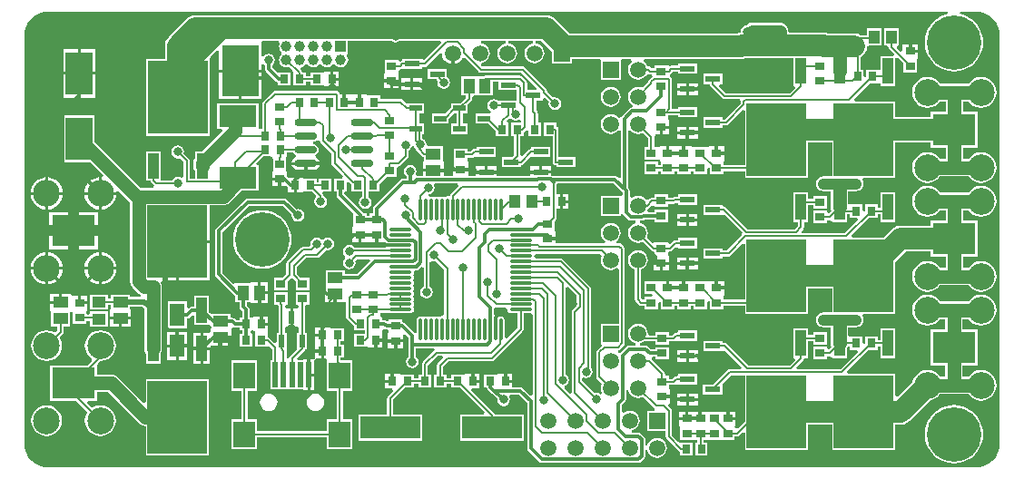
<source format=gtl>
%FSLAX24Y24*%
%MOIN*%
G70*
G01*
G75*
G04 Layer_Physical_Order=1*
G04 Layer_Color=255*
%ADD10R,0.0512X0.0394*%
%ADD11R,0.0354X0.0315*%
%ADD12R,0.0315X0.0354*%
%ADD13R,0.0394X0.0512*%
%ADD14O,0.0827X0.0276*%
%ADD15R,0.0790X0.0980*%
%ADD16R,0.0200X0.0940*%
%ADD17R,0.1350X0.1850*%
%ADD18R,0.0532X0.0846*%
%ADD19R,0.0394X0.0945*%
%ADD20R,0.2185X0.2677*%
%ADD21O,0.0827X0.0118*%
%ADD22O,0.0118X0.0827*%
%ADD23R,0.1378X0.0787*%
%ADD24R,0.0571X0.0236*%
%ADD25R,0.1575X0.1181*%
%ADD26R,0.0453X0.0236*%
%ADD27R,0.0236X0.0453*%
%ADD28R,0.0551X0.0433*%
%ADD29R,0.0433X0.0551*%
%ADD30R,0.2200X0.0830*%
%ADD31R,0.0984X0.1575*%
%ADD32C,0.0400*%
%ADD33C,0.0200*%
%ADD34C,0.0500*%
%ADD35C,0.0080*%
%ADD36C,0.0120*%
%ADD37C,0.0800*%
%ADD38C,0.0250*%
%ADD39C,0.0591*%
%ADD40R,0.0591X0.0591*%
%ADD41R,0.0591X0.0591*%
%ADD42C,0.2000*%
%ADD43C,0.0984*%
%ADD44R,0.0394X0.0394*%
%ADD45C,0.0394*%
%ADD46C,0.0320*%
G36*
X48102Y48492D02*
X48266Y48442D01*
X48418Y48361D01*
X48552Y48252D01*
X48661Y48118D01*
X48742Y47966D01*
X48792Y47802D01*
X48809Y47635D01*
X48808Y47630D01*
Y41690D01*
Y39770D01*
Y32630D01*
X48809Y32625D01*
X48792Y32458D01*
X48742Y32294D01*
X48661Y32142D01*
X48552Y32008D01*
X48418Y31899D01*
X48266Y31818D01*
X48102Y31768D01*
X47935Y31751D01*
X47930Y31752D01*
X13880D01*
X13875Y31751D01*
X13708Y31768D01*
X13544Y31818D01*
X13392Y31899D01*
X13258Y32008D01*
X13149Y32142D01*
X13068Y32294D01*
X13018Y32458D01*
X13001Y32625D01*
X13002Y32630D01*
Y47630D01*
X13001Y47635D01*
X13018Y47802D01*
X13068Y47966D01*
X13149Y48118D01*
X13258Y48252D01*
X13392Y48361D01*
X13544Y48442D01*
X13708Y48492D01*
X13875Y48509D01*
X13880Y48508D01*
X46901D01*
X46910Y48428D01*
X46798Y48401D01*
X46643Y48336D01*
X46499Y48248D01*
X46371Y48139D01*
X46262Y48011D01*
X46174Y47867D01*
X46109Y47712D01*
X46070Y47548D01*
X46057Y47380D01*
X46070Y47212D01*
X46109Y47048D01*
X46174Y46893D01*
X46262Y46749D01*
X46371Y46621D01*
X46499Y46512D01*
X46643Y46424D01*
X46798Y46359D01*
X46962Y46320D01*
X47130Y46307D01*
X47298Y46320D01*
X47462Y46359D01*
X47617Y46424D01*
X47761Y46512D01*
X47889Y46621D01*
X47998Y46749D01*
X48086Y46893D01*
X48151Y47048D01*
X48190Y47212D01*
X48203Y47380D01*
X48190Y47548D01*
X48151Y47712D01*
X48086Y47867D01*
X47998Y48011D01*
X47889Y48139D01*
X47761Y48248D01*
X47617Y48336D01*
X47462Y48401D01*
X47350Y48428D01*
X47359Y48508D01*
X47930D01*
X47935Y48509D01*
X48102Y48492D01*
D02*
G37*
%LPC*%
G36*
X15080Y38063D02*
Y37856D01*
X15307D01*
Y38063D01*
X15080D01*
D02*
G37*
G36*
X24370Y38085D02*
X24045D01*
Y37818D01*
X24370D01*
Y38085D01*
D02*
G37*
G36*
X21942Y38130D02*
X21675D01*
Y37804D01*
X21942D01*
Y38130D01*
D02*
G37*
G36*
X14280Y38142D02*
X13954D01*
Y37875D01*
X14280D01*
Y38142D01*
D02*
G37*
G36*
X13770Y39024D02*
X13230D01*
X13237Y38958D01*
X13270Y38846D01*
X13325Y38744D01*
X13399Y38653D01*
X13490Y38579D01*
X13592Y38524D01*
X13704Y38491D01*
X13770Y38484D01*
Y39024D01*
D02*
G37*
G36*
X38694Y38615D02*
X38467D01*
Y38408D01*
X38694D01*
Y38615D01*
D02*
G37*
G36*
X21942Y38556D02*
X21675D01*
Y38230D01*
X21942D01*
Y38556D01*
D02*
G37*
G36*
X23895Y36907D02*
X23687D01*
Y36680D01*
X23895D01*
Y36907D01*
D02*
G37*
G36*
X18986Y36745D02*
X18670D01*
Y36271D01*
X18986D01*
Y36745D01*
D02*
G37*
G36*
X18570D02*
X18254D01*
Y36271D01*
X18570D01*
Y36745D01*
D02*
G37*
G36*
X16480Y37185D02*
X16154D01*
Y36918D01*
X16480D01*
Y37185D01*
D02*
G37*
G36*
X21746Y37307D02*
Y37080D01*
X21953D01*
Y37307D01*
X21746D01*
D02*
G37*
G36*
X14706Y38142D02*
X14380D01*
Y37825D01*
X14330D01*
Y37775D01*
X13954D01*
Y37509D01*
X13984D01*
Y36948D01*
X14218D01*
Y36786D01*
X14131Y36700D01*
X14104Y36721D01*
X13967Y36778D01*
X13820Y36797D01*
X13673Y36778D01*
X13537Y36721D01*
X13419Y36631D01*
X13329Y36513D01*
X13272Y36377D01*
X13253Y36230D01*
X13272Y36083D01*
X13329Y35947D01*
X13419Y35829D01*
X13537Y35739D01*
X13673Y35682D01*
X13820Y35663D01*
X13967Y35682D01*
X14104Y35739D01*
X14221Y35829D01*
X14311Y35947D01*
X14368Y36083D01*
X14387Y36230D01*
X14368Y36377D01*
X14311Y36513D01*
X14290Y36541D01*
X14409Y36661D01*
X14434Y36697D01*
X14442Y36740D01*
X14442Y36740D01*
Y36948D01*
X14676D01*
Y37434D01*
X14683Y37455D01*
X14719Y37468D01*
X14776Y37469D01*
X14783Y37462D01*
Y37027D01*
X15277D01*
Y37142D01*
X15404D01*
Y36948D01*
X16056D01*
Y37482D01*
X15404D01*
Y37390D01*
X15324Y37376D01*
X15277Y37423D01*
Y37468D01*
X15277Y37481D01*
X15307Y37548D01*
Y37548D01*
X15307Y37549D01*
Y37756D01*
X15030D01*
Y37806D01*
X14980D01*
Y38063D01*
X14786D01*
X14753Y38063D01*
X14706Y38123D01*
X14706Y38124D01*
Y38142D01*
D02*
G37*
G36*
X16906Y37185D02*
X16580D01*
Y36918D01*
X16906D01*
Y37185D01*
D02*
G37*
G36*
X14410Y39024D02*
X13870D01*
Y38484D01*
X13936Y38491D01*
X14048Y38524D01*
X14151Y38579D01*
X14241Y38653D01*
X14315Y38744D01*
X14370Y38846D01*
X14404Y38958D01*
X14410Y39024D01*
D02*
G37*
G36*
X13870Y39664D02*
Y39124D01*
X14410D01*
X14404Y39190D01*
X14370Y39302D01*
X14315Y39405D01*
X14241Y39495D01*
X14151Y39569D01*
X14048Y39624D01*
X13936Y39658D01*
X13870Y39664D01*
D02*
G37*
G36*
X13770D02*
X13704Y39658D01*
X13592Y39624D01*
X13490Y39569D01*
X13399Y39495D01*
X13325Y39405D01*
X13270Y39302D01*
X13237Y39190D01*
X13230Y39124D01*
X13770D01*
Y39664D01*
D02*
G37*
G36*
X21730Y41203D02*
X21562Y41190D01*
X21398Y41151D01*
X21243Y41086D01*
X21099Y40998D01*
X20971Y40889D01*
X20862Y40761D01*
X20774Y40617D01*
X20709Y40462D01*
X20670Y40298D01*
X20657Y40130D01*
X20670Y39962D01*
X20709Y39798D01*
X20774Y39643D01*
X20862Y39499D01*
X20971Y39371D01*
X21099Y39262D01*
X21243Y39174D01*
X21398Y39109D01*
X21562Y39070D01*
X21730Y39057D01*
X21898Y39070D01*
X22062Y39109D01*
X22217Y39174D01*
X22361Y39262D01*
X22489Y39371D01*
X22598Y39499D01*
X22686Y39643D01*
X22751Y39798D01*
X22790Y39962D01*
X22803Y40130D01*
X22790Y40298D01*
X22751Y40462D01*
X22686Y40617D01*
X22598Y40761D01*
X22489Y40889D01*
X22361Y40998D01*
X22217Y41086D01*
X22062Y41151D01*
X21898Y41190D01*
X21730Y41203D01*
D02*
G37*
G36*
X15739Y39664D02*
X15673Y39658D01*
X15561Y39624D01*
X15458Y39569D01*
X15368Y39495D01*
X15294Y39405D01*
X15239Y39302D01*
X15205Y39190D01*
X15199Y39124D01*
X15739D01*
Y39664D01*
D02*
G37*
G36*
X37740Y39471D02*
X37404D01*
Y39303D01*
X37740D01*
Y39471D01*
D02*
G37*
G36*
X37304D02*
X36969D01*
Y39303D01*
X37304D01*
Y39471D01*
D02*
G37*
G36*
X15839Y39664D02*
Y39124D01*
X16379D01*
X16372Y39190D01*
X16338Y39302D01*
X16283Y39405D01*
X16209Y39495D01*
X16119Y39569D01*
X16016Y39624D01*
X15905Y39658D01*
X15839Y39664D01*
D02*
G37*
G36*
X19813Y40007D02*
X18670D01*
Y38618D01*
X19813D01*
Y40007D01*
D02*
G37*
G36*
X16379Y39024D02*
X15839D01*
Y38484D01*
X15905Y38491D01*
X16016Y38524D01*
X16119Y38579D01*
X16209Y38653D01*
X16283Y38744D01*
X16338Y38846D01*
X16372Y38958D01*
X16379Y39024D01*
D02*
G37*
G36*
X15739D02*
X15199D01*
X15205Y38958D01*
X15239Y38846D01*
X15294Y38744D01*
X15368Y38653D01*
X15458Y38579D01*
X15561Y38524D01*
X15673Y38491D01*
X15739Y38484D01*
Y39024D01*
D02*
G37*
G36*
X36330Y39204D02*
X36103D01*
Y38997D01*
X36330D01*
Y39204D01*
D02*
G37*
G36*
X37740Y39203D02*
X37404D01*
Y39035D01*
X37740D01*
Y39203D01*
D02*
G37*
G36*
X37304D02*
X36969D01*
Y39035D01*
X37304D01*
Y39203D01*
D02*
G37*
G36*
X36657Y39204D02*
X36430D01*
Y38997D01*
X36657D01*
Y39204D01*
D02*
G37*
G36*
X20596Y36485D02*
X20270D01*
Y36218D01*
X20596D01*
Y36485D01*
D02*
G37*
G36*
X37301Y34471D02*
X36966D01*
Y34303D01*
X37301D01*
Y34471D01*
D02*
G37*
G36*
X37737Y34203D02*
X37401D01*
Y34035D01*
X37737D01*
Y34203D01*
D02*
G37*
G36*
X37301D02*
X36966D01*
Y34035D01*
X37301D01*
Y34203D01*
D02*
G37*
G36*
X37737Y34471D02*
X37401D01*
Y34303D01*
X37737D01*
Y34471D01*
D02*
G37*
G36*
X29719Y35207D02*
X29511D01*
Y34980D01*
X29719D01*
Y35207D01*
D02*
G37*
G36*
X26460D02*
X26252D01*
Y34980D01*
X26460D01*
Y35207D01*
D02*
G37*
G36*
X23650Y35110D02*
X23500D01*
Y34590D01*
X23650D01*
Y35110D01*
D02*
G37*
G36*
X24202Y36907D02*
X24202D01*
X24201Y36907D01*
X23995D01*
Y36630D01*
X23945D01*
Y36580D01*
X23687D01*
Y36387D01*
Y36386D01*
X23687Y36307D01*
X23687Y36273D01*
Y36080D01*
X23945D01*
Y36030D01*
X23995D01*
Y35753D01*
X24057D01*
X24115Y35700D01*
X24115Y35673D01*
Y34580D01*
X24468D01*
Y33530D01*
X24115D01*
Y33082D01*
X21545D01*
Y33530D01*
X21192D01*
Y34580D01*
X21545D01*
Y35700D01*
X20615D01*
Y34580D01*
X20968D01*
Y33530D01*
X20615D01*
Y32410D01*
X21545D01*
Y32858D01*
X24115D01*
Y32410D01*
X25045D01*
Y33530D01*
X24692D01*
Y34580D01*
X25045D01*
Y35700D01*
X24608D01*
Y35783D01*
X24723D01*
Y36277D01*
X24608D01*
Y36383D01*
X24723D01*
Y36877D01*
X24282D01*
X24270Y36877D01*
X24202Y36907D01*
D02*
G37*
G36*
X13820Y34041D02*
X13673Y34022D01*
X13537Y33965D01*
X13419Y33875D01*
X13329Y33758D01*
X13272Y33621D01*
X13253Y33474D01*
X13272Y33327D01*
X13329Y33191D01*
X13419Y33073D01*
X13537Y32983D01*
X13673Y32926D01*
X13820Y32907D01*
X13967Y32926D01*
X14104Y32983D01*
X14221Y33073D01*
X14311Y33191D01*
X14368Y33327D01*
X14387Y33474D01*
X14368Y33621D01*
X14311Y33758D01*
X14221Y33875D01*
X14104Y33965D01*
X13967Y34022D01*
X13820Y34041D01*
D02*
G37*
G36*
X47130Y34053D02*
X46962Y34040D01*
X46798Y34001D01*
X46643Y33936D01*
X46499Y33848D01*
X46371Y33739D01*
X46262Y33611D01*
X46174Y33467D01*
X46109Y33312D01*
X46070Y33148D01*
X46057Y32980D01*
X46070Y32812D01*
X46109Y32648D01*
X46174Y32493D01*
X46262Y32349D01*
X46371Y32221D01*
X46499Y32112D01*
X46643Y32024D01*
X46798Y31959D01*
X46962Y31920D01*
X47130Y31907D01*
X47298Y31920D01*
X47462Y31959D01*
X47617Y32024D01*
X47761Y32112D01*
X47889Y32221D01*
X47998Y32349D01*
X48086Y32493D01*
X48151Y32648D01*
X48190Y32812D01*
X48203Y32980D01*
X48190Y33148D01*
X48151Y33312D01*
X48086Y33467D01*
X47998Y33611D01*
X47889Y33739D01*
X47761Y33848D01*
X47617Y33936D01*
X47462Y34001D01*
X47298Y34040D01*
X47130Y34053D01*
D02*
G37*
G36*
X37280Y33813D02*
X37053D01*
Y33606D01*
X37280D01*
Y33813D01*
D02*
G37*
G36*
X23690Y34473D02*
X23606Y34462D01*
X23529Y34430D01*
X23462Y34378D01*
X23410Y34311D01*
X23378Y34234D01*
X23367Y34150D01*
X23378Y34066D01*
X23410Y33989D01*
X23462Y33922D01*
X23529Y33870D01*
X23606Y33838D01*
X23690Y33827D01*
X23774Y33838D01*
X23851Y33870D01*
X23918Y33922D01*
X23970Y33989D01*
X24002Y34066D01*
X24013Y34150D01*
X24002Y34234D01*
X23970Y34311D01*
X23918Y34378D01*
X23851Y34430D01*
X23774Y34462D01*
X23690Y34473D01*
D02*
G37*
G36*
X21970D02*
X21886Y34462D01*
X21809Y34430D01*
X21742Y34378D01*
X21690Y34311D01*
X21658Y34234D01*
X21647Y34150D01*
X21658Y34066D01*
X21690Y33989D01*
X21742Y33922D01*
X21809Y33870D01*
X21886Y33838D01*
X21970Y33827D01*
X22054Y33838D01*
X22131Y33870D01*
X22198Y33922D01*
X22250Y33989D01*
X22282Y34066D01*
X22293Y34150D01*
X22282Y34234D01*
X22250Y34311D01*
X22198Y34378D01*
X22131Y34430D01*
X22054Y34462D01*
X21970Y34473D01*
D02*
G37*
G36*
X39107Y33813D02*
X38880D01*
Y33606D01*
X39107D01*
Y33813D01*
D02*
G37*
G36*
X30711Y35207D02*
Y34980D01*
X30919D01*
Y35207D01*
X30711D01*
D02*
G37*
G36*
X37737Y36071D02*
X37401D01*
Y35903D01*
X37737D01*
Y36071D01*
D02*
G37*
G36*
X37301D02*
X36966D01*
Y35903D01*
X37301D01*
Y36071D01*
D02*
G37*
G36*
X18986Y36171D02*
X18670D01*
Y35698D01*
X18986D01*
Y36171D01*
D02*
G37*
G36*
X26580Y36354D02*
X26353D01*
Y36147D01*
X26580D01*
Y36354D01*
D02*
G37*
G36*
X19468Y36695D02*
X19221D01*
Y36173D01*
X19468D01*
Y36695D01*
D02*
G37*
G36*
X26153Y36380D02*
X25946D01*
Y36153D01*
X26153D01*
Y36380D01*
D02*
G37*
G36*
X26907Y36354D02*
X26680D01*
Y36147D01*
X26907D01*
Y36354D01*
D02*
G37*
G36*
X19815Y36073D02*
X19568D01*
Y35550D01*
X19815D01*
Y36073D01*
D02*
G37*
G36*
X19468D02*
X19221D01*
Y35550D01*
X19468D01*
Y36073D01*
D02*
G37*
G36*
X23895Y35980D02*
X23687D01*
Y35826D01*
Y35826D01*
X23687Y35814D01*
X23687Y35812D01*
X23684Y35790D01*
X23680Y35783D01*
X23675Y35773D01*
X23673Y35770D01*
X23673Y35770D01*
D01*
X23667Y35759D01*
X23665Y35757D01*
X23661Y35749D01*
X23658Y35743D01*
X23658Y35743D01*
X23656Y35743D01*
X23656Y35743D01*
X23656Y35743D01*
X23656D01*
X23653Y35742D01*
X23638Y35737D01*
X23638Y35737D01*
X23625Y35733D01*
X23609Y35731D01*
X23605Y35730D01*
X23604D01*
X23583Y35730D01*
X23582D01*
X23500D01*
Y35210D01*
X23650D01*
Y35657D01*
Y35657D01*
X23650Y35669D01*
X23650Y35671D01*
X23653Y35693D01*
X23657Y35700D01*
X23662Y35710D01*
X23664Y35712D01*
X23664Y35713D01*
D01*
X23670Y35723D01*
X23672Y35726D01*
X23676Y35734D01*
X23679Y35740D01*
X23680Y35740D01*
X23681Y35740D01*
X23681Y35740D01*
X23682Y35740D01*
X23682D01*
X23684Y35741D01*
X23699Y35746D01*
X23699Y35746D01*
X23712Y35750D01*
X23728Y35752D01*
X23733Y35753D01*
X23733D01*
X23754Y35753D01*
X23755D01*
X23895D01*
Y35980D01*
D02*
G37*
G36*
X37301Y35803D02*
X36966D01*
Y35635D01*
X37301D01*
Y35803D01*
D02*
G37*
G36*
X18570Y36171D02*
X18254D01*
Y35698D01*
X18570D01*
Y36171D01*
D02*
G37*
G36*
X15789Y36797D02*
X15642Y36778D01*
X15505Y36721D01*
X15388Y36631D01*
X15298Y36513D01*
X15241Y36377D01*
X15222Y36230D01*
X15241Y36083D01*
X15298Y35947D01*
X15388Y35829D01*
X15457Y35776D01*
X15467Y35673D01*
X15306Y35513D01*
X13947D01*
Y34191D01*
X14913D01*
X15319Y33785D01*
X15298Y33758D01*
X15241Y33621D01*
X15222Y33474D01*
X15241Y33327D01*
X15298Y33191D01*
X15388Y33073D01*
X15505Y32983D01*
X15642Y32926D01*
X15789Y32907D01*
X15935Y32926D01*
X16072Y32983D01*
X16190Y33073D01*
X16280Y33191D01*
X16336Y33327D01*
X16356Y33474D01*
X16336Y33621D01*
X16280Y33758D01*
X16190Y33875D01*
X16072Y33965D01*
X15935Y34022D01*
X15789Y34041D01*
X15642Y34022D01*
X15505Y33965D01*
X15477Y33944D01*
X15304Y34118D01*
X15334Y34191D01*
X15662D01*
Y34529D01*
X16064D01*
X17219Y33375D01*
X17286Y33324D01*
X17363Y33291D01*
X17447Y33280D01*
X17458D01*
Y32195D01*
X19783D01*
Y35012D01*
X17458D01*
Y34153D01*
X17384Y34123D01*
X16426Y35080D01*
X16359Y35132D01*
X16282Y35164D01*
X16198Y35175D01*
X15662D01*
Y35513D01*
X15662Y35513D01*
X15662D01*
X15692Y35581D01*
X15776Y35665D01*
X15789Y35663D01*
X15935Y35682D01*
X16072Y35739D01*
X16190Y35829D01*
X16280Y35947D01*
X16336Y36083D01*
X16356Y36230D01*
X16336Y36377D01*
X16280Y36513D01*
X16190Y36631D01*
X16072Y36721D01*
X15935Y36778D01*
X15789Y36797D01*
D02*
G37*
G36*
X37737Y35803D02*
X37401D01*
Y35635D01*
X37737D01*
Y35803D01*
D02*
G37*
G36*
X14754Y40402D02*
X13917D01*
Y39761D01*
X14754D01*
Y40402D01*
D02*
G37*
G36*
X14970Y47119D02*
X14428D01*
Y46282D01*
X14970D01*
Y47119D01*
D02*
G37*
G36*
X15612D02*
X15070D01*
Y46282D01*
X15612D01*
Y47119D01*
D02*
G37*
G36*
X30313Y43537D02*
X29602D01*
Y43469D01*
X29528Y43461D01*
X29485Y43453D01*
X29449Y43428D01*
X29449Y43428D01*
X29384Y43363D01*
X29267D01*
Y43478D01*
X28773D01*
Y43037D01*
X28773Y43024D01*
X28743Y42957D01*
Y42957D01*
X28743Y42955D01*
Y42749D01*
X29297D01*
Y42955D01*
X29297Y42957D01*
Y42957D01*
X29267Y43024D01*
X29267Y43037D01*
Y43138D01*
X29430D01*
X29430Y43138D01*
X29473Y43147D01*
X29509Y43171D01*
X29522Y43184D01*
X29602Y43161D01*
Y43161D01*
X30313D01*
Y43537D01*
D02*
G37*
G36*
X34530Y45748D02*
X34435Y45736D01*
X34346Y45699D01*
X34269Y45641D01*
X34211Y45564D01*
X34174Y45475D01*
X34162Y45380D01*
X34174Y45285D01*
X34211Y45196D01*
X34269Y45119D01*
X34346Y45061D01*
X34435Y45024D01*
X34530Y45012D01*
X34625Y45024D01*
X34714Y45061D01*
X34791Y45119D01*
X34849Y45196D01*
X34886Y45285D01*
X34898Y45380D01*
X34886Y45475D01*
X34849Y45564D01*
X34791Y45641D01*
X34714Y45699D01*
X34625Y45736D01*
X34530Y45748D01*
D02*
G37*
G36*
X24346Y46307D02*
Y46080D01*
X24553D01*
Y46307D01*
X24346D01*
D02*
G37*
G36*
X32163Y48371D02*
X19287D01*
X19164Y48355D01*
X19050Y48307D01*
X18952Y48232D01*
X18335Y47615D01*
X18318Y47593D01*
X18295Y47575D01*
X18219Y47477D01*
X18172Y47363D01*
X18156Y47240D01*
Y46765D01*
X17467D01*
Y43948D01*
X19793D01*
Y46765D01*
X19793Y46765D01*
X19793D01*
X19829Y46830D01*
X20081Y47082D01*
X20155Y47052D01*
Y46380D01*
X21705D01*
Y46559D01*
X21778Y46581D01*
X21798Y46564D01*
X21804Y46554D01*
X21828Y46538D01*
X21837Y46530D01*
Y46400D01*
X21848Y46349D01*
X21876Y46306D01*
X22246Y45936D01*
X22289Y45908D01*
X22317Y45902D01*
Y45783D01*
X22772D01*
Y46277D01*
X22317D01*
X22317Y46277D01*
Y46277D01*
X22249Y46308D01*
X22103Y46455D01*
Y46532D01*
X22136Y46554D01*
X22187Y46630D01*
X22205Y46720D01*
X22187Y46810D01*
X22136Y46886D01*
X22060Y46937D01*
X21970Y46955D01*
X21880Y46937D01*
X21804Y46886D01*
X21785Y46857D01*
X21705Y46881D01*
Y47355D01*
X21705Y47355D01*
X21705D01*
X21705Y47355D01*
X21734Y47423D01*
X22331D01*
X22350Y47403D01*
X22378Y47343D01*
X22360Y47300D01*
X22351Y47230D01*
X22360Y47160D01*
X22387Y47095D01*
X22430Y47040D01*
X22444Y47029D01*
Y46931D01*
X22430Y46920D01*
X22387Y46865D01*
X22360Y46800D01*
X22351Y46730D01*
X22360Y46660D01*
X22387Y46595D01*
X22430Y46540D01*
X22486Y46497D01*
X22550Y46470D01*
X22620Y46461D01*
X22690Y46470D01*
X22712Y46479D01*
X22842Y46349D01*
X22868Y46277D01*
X22868D01*
X22868Y46277D01*
Y45783D01*
X23323D01*
Y45918D01*
X23517D01*
Y45783D01*
X23958D01*
X23971Y45783D01*
X24038Y45753D01*
X24038D01*
X24040Y45753D01*
X24246D01*
Y46030D01*
Y46307D01*
X24040D01*
X24038Y46307D01*
X24038D01*
X23971Y46277D01*
X23958Y46277D01*
X23517D01*
Y46142D01*
X23323D01*
Y46277D01*
X23203D01*
X23199Y46297D01*
X23175Y46334D01*
X23126Y46383D01*
X23156Y46466D01*
X23190Y46470D01*
X23255Y46497D01*
X23310Y46540D01*
X23322Y46554D01*
X23419D01*
X23430Y46540D01*
X23486Y46497D01*
X23550Y46470D01*
X23620Y46461D01*
X23690Y46470D01*
X23755Y46497D01*
X23810Y46540D01*
X23822Y46554D01*
X23919D01*
X23930Y46540D01*
X23986Y46497D01*
X24050Y46470D01*
X24120Y46461D01*
X24190Y46470D01*
X24255Y46497D01*
X24310Y46540D01*
X24322Y46554D01*
X24419D01*
X24430Y46540D01*
X24486Y46497D01*
X24550Y46470D01*
X24620Y46461D01*
X24690Y46470D01*
X24755Y46497D01*
X24810Y46540D01*
X24853Y46595D01*
X24880Y46660D01*
X24889Y46730D01*
X24880Y46800D01*
X24853Y46865D01*
X24839Y46883D01*
X24878Y46963D01*
X24887D01*
Y47423D01*
X26486D01*
X26540Y47386D01*
X26630Y47369D01*
X26720Y47386D01*
X26774Y47423D01*
X28269D01*
X28300Y47349D01*
X27669Y46718D01*
X27589Y46749D01*
Y46772D01*
X26878D01*
Y46694D01*
X26846Y46688D01*
X26809Y46663D01*
X26809Y46663D01*
X26803Y46657D01*
X26723Y46690D01*
Y46733D01*
X26229D01*
Y46292D01*
X26229Y46279D01*
X26199Y46212D01*
Y46212D01*
X26199Y46211D01*
Y46004D01*
X26753D01*
Y46211D01*
X26753Y46212D01*
Y46212D01*
X26723Y46279D01*
X26723Y46292D01*
Y46318D01*
X26803Y46393D01*
X26810D01*
X26810D01*
X26886Y46396D01*
X27589D01*
Y46472D01*
X27693D01*
X27693Y46472D01*
X27736Y46480D01*
X27773Y46505D01*
X28257Y46989D01*
X28335Y46954D01*
X28345Y46877D01*
X28385Y46781D01*
X28448Y46698D01*
X28531Y46635D01*
X28627Y46595D01*
X28680Y46588D01*
Y46980D01*
X28780D01*
Y46588D01*
X28833Y46595D01*
X28929Y46635D01*
X29012Y46698D01*
X29075Y46781D01*
X29084Y46801D01*
X29162Y46816D01*
X29678Y46301D01*
X29714Y46276D01*
X29757Y46268D01*
X29757Y46268D01*
X31245D01*
X31821Y45692D01*
X31791Y45618D01*
X31462D01*
Y45890D01*
X31462Y45890D01*
X31454Y45933D01*
X31429Y45969D01*
X31279Y46119D01*
X31243Y46144D01*
X31200Y46152D01*
X31200Y46152D01*
X29915D01*
X29873Y46144D01*
X29838Y46120D01*
X29691D01*
X29629Y46120D01*
X29620D01*
X29611D01*
X29549Y46120D01*
X29038D01*
Y45429D01*
X29213D01*
Y45343D01*
X29007Y45137D01*
X28681D01*
Y44984D01*
X28459Y44763D01*
X27967D01*
Y44387D01*
X28559D01*
Y44546D01*
X28775Y44761D01*
X28865D01*
Y44389D01*
X28681D01*
Y44013D01*
X29274D01*
Y44389D01*
X29089D01*
Y44761D01*
X29274D01*
Y45087D01*
X29404Y45217D01*
X29404Y45217D01*
X29428Y45254D01*
X29437Y45297D01*
Y45373D01*
X29494Y45429D01*
X29549D01*
X29611Y45429D01*
X29620D01*
X29629D01*
X29691Y45429D01*
X30202D01*
Y45928D01*
X30402D01*
Y45616D01*
X31088D01*
Y45244D01*
X30402D01*
X30402Y45244D01*
Y45244D01*
X30402Y45244D01*
X30331Y45265D01*
X30320Y45273D01*
X30230Y45290D01*
X30140Y45273D01*
X30064Y45222D01*
X30013Y45146D01*
X29995Y45056D01*
X30013Y44966D01*
X30064Y44890D01*
X30118Y44854D01*
X30122Y44851D01*
X30134Y44844D01*
X30135Y44842D01*
X30135Y44840D01*
X30136Y44837D01*
X30134Y44835D01*
X30127Y44824D01*
X30106Y44791D01*
X30088Y44763D01*
X30088D01*
X30086Y44763D01*
X30086Y44763D01*
X30083Y44763D01*
X29567D01*
Y44387D01*
X30029D01*
X30317Y44099D01*
Y43928D01*
X30772D01*
Y44422D01*
X30738D01*
X30705Y44502D01*
X30791Y44588D01*
X30870Y44580D01*
X30874Y44574D01*
X30950Y44523D01*
X31040Y44505D01*
X31130Y44523D01*
X31168Y44549D01*
X31248Y44506D01*
Y44422D01*
X30868D01*
Y43928D01*
X30984D01*
Y43234D01*
X30912Y43163D01*
X30527D01*
Y42787D01*
X31238D01*
Y42864D01*
X31273Y42871D01*
X31309Y42896D01*
X31538Y43124D01*
X31602Y43161D01*
Y43161D01*
X31602Y43161D01*
X32313D01*
Y43537D01*
X31602D01*
Y43461D01*
X31561Y43453D01*
X31525Y43428D01*
X31525Y43428D01*
X31288Y43191D01*
X31208Y43225D01*
Y43928D01*
X31323D01*
Y44071D01*
X31359Y44096D01*
X31437Y44173D01*
X31447Y44173D01*
X31517Y44148D01*
Y43928D01*
X31972D01*
Y44422D01*
X31857D01*
Y44770D01*
X31857Y44770D01*
X31848Y44813D01*
X31824Y44849D01*
X31824Y44849D01*
X31795Y44878D01*
Y45242D01*
X32038D01*
Y45309D01*
X32112Y45339D01*
X32258Y45193D01*
X32245Y45130D01*
X32263Y45040D01*
X32314Y44964D01*
X32390Y44913D01*
X32480Y44895D01*
X32570Y44913D01*
X32646Y44964D01*
X32697Y45040D01*
X32715Y45130D01*
X32697Y45220D01*
X32646Y45296D01*
X32570Y45347D01*
X32480Y45365D01*
X32417Y45352D01*
X32190Y45578D01*
Y45594D01*
X32182Y45637D01*
X32157Y45673D01*
X32157Y45673D01*
X31371Y46459D01*
X31335Y46484D01*
X31292Y46492D01*
X31292Y46492D01*
X29821D01*
X29778Y46546D01*
X29806Y46622D01*
X29825Y46624D01*
X29914Y46661D01*
X29991Y46719D01*
X30049Y46796D01*
X30086Y46885D01*
X30098Y46980D01*
X30086Y47075D01*
X30049Y47164D01*
X29991Y47241D01*
X29914Y47299D01*
X29825Y47336D01*
X29773Y47343D01*
X29778Y47423D01*
X30682D01*
X30687Y47343D01*
X30635Y47336D01*
X30546Y47299D01*
X30469Y47241D01*
X30411Y47164D01*
X30374Y47075D01*
X30362Y46980D01*
X30374Y46885D01*
X30411Y46796D01*
X30469Y46719D01*
X30546Y46661D01*
X30635Y46624D01*
X30730Y46612D01*
X30825Y46624D01*
X30914Y46661D01*
X30991Y46719D01*
X31049Y46796D01*
X31086Y46885D01*
X31098Y46980D01*
X31086Y47075D01*
X31049Y47164D01*
X30991Y47241D01*
X30914Y47299D01*
X30825Y47336D01*
X30773Y47343D01*
X30778Y47423D01*
X31682D01*
X31687Y47343D01*
X31635Y47336D01*
X31546Y47299D01*
X31469Y47241D01*
X31411Y47164D01*
X31374Y47075D01*
X31362Y46980D01*
X31374Y46885D01*
X31411Y46796D01*
X31469Y46719D01*
X31546Y46661D01*
X31635Y46624D01*
X31730Y46612D01*
X31825Y46624D01*
X31914Y46661D01*
X31991Y46719D01*
X32049Y46796D01*
X32086Y46885D01*
X32098Y46980D01*
X32086Y47075D01*
X32049Y47164D01*
X31991Y47241D01*
X31914Y47299D01*
X31825Y47336D01*
X31773Y47343D01*
X31778Y47423D01*
X31967D01*
X32365Y47025D01*
Y46615D01*
X33095D01*
Y46756D01*
X34089D01*
X34165Y46745D01*
X34165Y46676D01*
Y46015D01*
X34895D01*
Y46676D01*
X34895Y46745D01*
X34971Y46756D01*
X35288D01*
X35316Y46676D01*
X35269Y46641D01*
X35211Y46564D01*
X35174Y46475D01*
X35162Y46380D01*
X35174Y46285D01*
X35211Y46196D01*
X35269Y46119D01*
X35346Y46061D01*
X35435Y46024D01*
X35530Y46012D01*
X35625Y46024D01*
X35714Y46061D01*
X35791Y46119D01*
X35838Y46181D01*
X35861Y46197D01*
X35939Y46204D01*
X35942Y46202D01*
X35984Y46193D01*
X35984Y46193D01*
X36033D01*
X36057Y46113D01*
X36051Y46109D01*
X36051Y46109D01*
X35941Y45999D01*
X35916Y45963D01*
X35908Y45920D01*
X35908Y45920D01*
Y45916D01*
X35697Y45706D01*
X35625Y45736D01*
X35530Y45748D01*
X35435Y45736D01*
X35346Y45699D01*
X35269Y45641D01*
X35211Y45564D01*
X35174Y45475D01*
X35162Y45380D01*
X35174Y45285D01*
X35211Y45196D01*
X35269Y45119D01*
X35344Y45063D01*
X35344Y45056D01*
X35326Y44983D01*
X35310D01*
X35259Y44972D01*
X35216Y44944D01*
X34936Y44664D01*
X34908Y44621D01*
X34907Y44620D01*
X34822Y44600D01*
X34791Y44641D01*
X34714Y44699D01*
X34625Y44736D01*
X34530Y44748D01*
X34435Y44736D01*
X34346Y44699D01*
X34269Y44641D01*
X34211Y44564D01*
X34174Y44475D01*
X34162Y44380D01*
X34174Y44285D01*
X34211Y44196D01*
X34269Y44119D01*
X34346Y44061D01*
X34435Y44024D01*
X34530Y44012D01*
X34625Y44024D01*
X34714Y44061D01*
X34791Y44119D01*
X34817Y44155D01*
X34897Y44127D01*
Y42415D01*
X34824Y42384D01*
X34774Y42434D01*
X34731Y42462D01*
X34680Y42473D01*
X32380D01*
X32343Y42480D01*
Y42551D01*
X31572D01*
Y42453D01*
X30343D01*
Y42551D01*
X29572D01*
Y42453D01*
X29354D01*
X29297Y42509D01*
Y42649D01*
X28743D01*
Y42453D01*
X28396D01*
Y42630D01*
X27645D01*
Y42453D01*
X27420D01*
X27406Y42450D01*
X27358Y42522D01*
X27381Y42556D01*
X27399Y42646D01*
X27381Y42735D01*
X27330Y42811D01*
X27254Y42862D01*
X27164Y42880D01*
X27075Y42862D01*
X26999Y42811D01*
X26948Y42735D01*
X26930Y42646D01*
X26948Y42556D01*
X26999Y42480D01*
X27032Y42458D01*
Y42373D01*
X26890D01*
X26839Y42362D01*
X26796Y42334D01*
X25836Y41374D01*
X25808Y41331D01*
X25797Y41280D01*
Y41083D01*
X25683D01*
Y40988D01*
X25577D01*
Y41083D01*
X25448D01*
X25424Y41119D01*
X24740Y41803D01*
X24757Y41883D01*
X24823D01*
Y42231D01*
X24897Y42262D01*
X24961Y42199D01*
X24968Y42194D01*
X24974Y42187D01*
X25017Y42156D01*
Y41883D01*
X25408D01*
Y41692D01*
X25354Y41656D01*
X25303Y41580D01*
X25285Y41490D01*
X25303Y41400D01*
X25354Y41324D01*
X25430Y41273D01*
X25520Y41255D01*
X25610Y41273D01*
X25686Y41324D01*
X25737Y41400D01*
X25755Y41490D01*
X25737Y41580D01*
X25686Y41656D01*
X25632Y41692D01*
Y41883D01*
X26023D01*
Y42155D01*
X26296Y42427D01*
X26667D01*
Y42771D01*
X26730Y42818D01*
X26773Y42826D01*
X26809Y42851D01*
X27079Y43121D01*
X27079Y43121D01*
X27104Y43157D01*
X27112Y43200D01*
X27112Y43200D01*
Y43408D01*
X27166Y43444D01*
X27217Y43520D01*
X27225Y43563D01*
X27307D01*
X27313Y43530D01*
X27364Y43454D01*
X27381Y43443D01*
X27386Y43417D01*
X27411Y43381D01*
X27601Y43191D01*
X27601Y43191D01*
X27637Y43167D01*
X27675Y43159D01*
Y42996D01*
X27645D01*
Y42730D01*
X28396D01*
Y42996D01*
X28366D01*
Y43557D01*
X27815D01*
X27764Y43619D01*
X27765Y43620D01*
X27747Y43710D01*
X27696Y43786D01*
X27620Y43837D01*
X27602Y43840D01*
Y44013D01*
X27674D01*
Y44389D01*
X27489D01*
Y44761D01*
X27674D01*
Y45137D01*
X27081D01*
X27081Y45137D01*
Y45137D01*
X27003Y45146D01*
X26889Y45259D01*
X26853Y45284D01*
X26810Y45292D01*
X26810Y45292D01*
X26073D01*
Y45427D01*
X25698D01*
X25618Y45427D01*
X25618Y45427D01*
X25618Y45427D01*
X25618Y45427D01*
X25552Y45457D01*
X25552Y45457D01*
Y45457D01*
X25551Y45457D01*
X25345D01*
Y45180D01*
X25245D01*
Y45457D01*
X25037D01*
Y45457D01*
X25003D01*
Y45457D01*
X24796D01*
Y45180D01*
X24696D01*
Y45457D01*
X24582D01*
Y45480D01*
X24574Y45523D01*
X24549Y45559D01*
X24513Y45584D01*
X24470Y45592D01*
X22205D01*
X22205Y45592D01*
X22162Y45584D01*
X22125Y45559D01*
X22125Y45559D01*
X21765Y45199D01*
X21741Y45163D01*
X21732Y45120D01*
X21732Y45120D01*
Y44239D01*
X21706Y44212D01*
X21653Y44180D01*
X21653Y44180D01*
X21650Y44180D01*
X21648Y44181D01*
X21647Y44181D01*
X21644Y44183D01*
X21643Y44183D01*
X21643Y44183D01*
X21643Y44183D01*
X21643D01*
X21636Y44186D01*
X21628Y44190D01*
X21627Y44190D01*
X21624Y44192D01*
X21624Y44192D01*
D01*
X21620Y44194D01*
X21615Y44196D01*
X21612Y44198D01*
X21609Y44199D01*
X21608Y44199D01*
X21608Y44199D01*
X21607Y44202D01*
X21606Y44205D01*
X21605Y44207D01*
X21604Y44209D01*
D01*
X21604Y44209D01*
X21602Y44214D01*
X21599Y44221D01*
X21598Y44223D01*
X21593Y44235D01*
X21593Y44235D01*
X21593Y44235D01*
X21593Y44236D01*
X21592Y44237D01*
X21592Y44238D01*
X21591Y44248D01*
X21589Y44260D01*
Y44261D01*
X21589Y44278D01*
D01*
Y45135D01*
X20071D01*
Y44208D01*
X20247D01*
X20278Y44134D01*
X19523Y43380D01*
X19261D01*
Y43106D01*
X19248Y43089D01*
X19216Y43011D01*
X19205Y42928D01*
Y42837D01*
X19216Y42754D01*
X19248Y42676D01*
X19261Y42659D01*
Y42367D01*
X19072D01*
Y43020D01*
X19064Y43063D01*
X19039Y43099D01*
X19039Y43099D01*
X18852Y43287D01*
X18865Y43350D01*
X18847Y43440D01*
X18796Y43516D01*
X18720Y43567D01*
X18630Y43585D01*
X18540Y43567D01*
X18464Y43516D01*
X18413Y43440D01*
X18395Y43350D01*
X18413Y43260D01*
X18464Y43184D01*
X18540Y43133D01*
X18630Y43115D01*
X18693Y43128D01*
X18848Y42974D01*
Y42421D01*
X18768Y42385D01*
X18720Y42417D01*
X18630Y42435D01*
X18540Y42417D01*
X18464Y42366D01*
X18428Y42312D01*
X17999D01*
Y43380D01*
X17466D01*
Y42295D01*
X17623D01*
X17629Y42265D01*
X17653Y42228D01*
X17761Y42121D01*
X17765Y42118D01*
X17740Y42038D01*
X17280D01*
X17270Y42037D01*
X15582Y43724D01*
Y44687D01*
X14458D01*
Y42973D01*
X15421D01*
X15899Y42494D01*
X15863Y42418D01*
X15839Y42420D01*
Y41880D01*
X16379D01*
X16376Y41904D01*
X16453Y41941D01*
X16885Y41509D01*
Y38586D01*
X16885Y38586D01*
X16885Y38586D01*
X16888Y38560D01*
X16896Y38502D01*
X16896Y38502D01*
X16896Y38502D01*
X16913Y38461D01*
X16928Y38424D01*
X16928Y38424D01*
X16928Y38424D01*
X16961Y38382D01*
X16979Y38357D01*
X16979Y38357D01*
X16979Y38357D01*
X17167Y38170D01*
X17206Y38140D01*
X17234Y38119D01*
X17234Y38119D01*
X17234Y38119D01*
X17271Y38103D01*
X17283Y38098D01*
X17267Y38018D01*
X16876D01*
Y38112D01*
X16184D01*
Y37957D01*
X16056D01*
Y38112D01*
X15404D01*
Y37578D01*
X16056D01*
Y37733D01*
X16184D01*
Y37551D01*
X16154D01*
Y37285D01*
X16906D01*
Y37551D01*
X16876D01*
Y37672D01*
X17343D01*
X17400Y37615D01*
Y37537D01*
Y36123D01*
X17411Y36039D01*
X17443Y35962D01*
X17456Y35945D01*
Y35580D01*
X17989D01*
Y35945D01*
X18002Y35962D01*
X18034Y36039D01*
X18045Y36123D01*
Y37537D01*
Y38398D01*
X18034Y38482D01*
X18011Y38538D01*
X18039Y38598D01*
X18058Y38618D01*
X18570D01*
Y40057D01*
X18620D01*
Y40107D01*
X19813D01*
Y41393D01*
X20306D01*
X20389Y41404D01*
X20467Y41436D01*
X20534Y41487D01*
X20948Y41902D01*
X20966Y41925D01*
X21589D01*
Y42852D01*
X21550D01*
X21519Y42926D01*
X21776Y43183D01*
X21996D01*
X22001D01*
X22002D01*
X22031Y43183D01*
X22031D01*
Y43183D01*
X22057Y43174D01*
X22086Y43164D01*
X22087Y43164D01*
X22090Y43161D01*
X22090Y43161D01*
X22094Y43157D01*
X22101Y43150D01*
X22113Y43119D01*
X22117Y43107D01*
D01*
X22123Y43088D01*
Y43061D01*
Y42692D01*
X22123Y42679D01*
X22093Y42612D01*
Y42612D01*
X22093Y42611D01*
Y42404D01*
X22370D01*
Y42354D01*
X22420D01*
Y42097D01*
X22607D01*
X22647Y42097D01*
X22687Y42033D01*
X22687Y42033D01*
Y41853D01*
X22895D01*
Y42130D01*
Y42407D01*
X22727D01*
X22687Y42407D01*
X22647Y42471D01*
Y42611D01*
X22647Y42612D01*
Y42612D01*
X22617Y42679D01*
X22617Y42692D01*
Y43133D01*
X22617Y43133D01*
D01*
X22623Y43183D01*
X22623D01*
X22623Y43211D01*
Y43318D01*
X22876D01*
X22901Y43280D01*
X22966Y43237D01*
X22968Y43219D01*
X22961Y43155D01*
X22958Y43154D01*
X22880Y43101D01*
X22827Y43023D01*
X22819Y42980D01*
X23835D01*
X23826Y43023D01*
X23774Y43101D01*
X23695Y43154D01*
X23693Y43155D01*
X23685Y43219D01*
X23688Y43237D01*
X23752Y43280D01*
X23798Y43349D01*
X23814Y43430D01*
X23798Y43511D01*
X23752Y43580D01*
X23684Y43626D01*
X23602Y43642D01*
Y43718D01*
X23684Y43734D01*
X23752Y43780D01*
X23768Y43804D01*
X23848Y43779D01*
Y43768D01*
X23848Y43768D01*
X23856Y43725D01*
X23881Y43689D01*
X24278Y43292D01*
Y42928D01*
X24278Y42928D01*
X24286Y42885D01*
X24311Y42849D01*
X24708Y42451D01*
X24678Y42377D01*
X24368D01*
Y41883D01*
X24463D01*
Y41760D01*
X24473Y41709D01*
X24502Y41666D01*
X25031Y41137D01*
X25083Y41083D01*
X25083D01*
X25083Y41083D01*
Y40642D01*
X25083Y40629D01*
X25053Y40562D01*
Y40562D01*
X25053Y40561D01*
Y40354D01*
X25330D01*
Y40304D01*
X25380D01*
Y40047D01*
X25573D01*
X25607Y40047D01*
X25686Y40047D01*
X25687D01*
X25880D01*
Y40304D01*
X25980D01*
Y40047D01*
X26207D01*
X26207Y40047D01*
Y40047D01*
X26279Y40023D01*
X26284Y40019D01*
X26322Y39994D01*
X26311Y39978D01*
X26309Y39966D01*
X26815D01*
Y39866D01*
X26265D01*
X26237Y39831D01*
X25119D01*
X25096Y39866D01*
X25020Y39917D01*
X24930Y39935D01*
X24840Y39917D01*
X24764Y39866D01*
X24713Y39790D01*
X24695Y39700D01*
X24713Y39610D01*
X24764Y39534D01*
X24770Y39530D01*
Y39450D01*
X24764Y39446D01*
X24713Y39370D01*
X24695Y39280D01*
X24713Y39190D01*
X24764Y39114D01*
X24840Y39063D01*
X24930Y39045D01*
X25020Y39063D01*
X25096Y39114D01*
X25147Y39190D01*
X25165Y39280D01*
X25153Y39340D01*
X25223Y39410D01*
X25663D01*
X25693Y39336D01*
X25215Y38858D01*
X24766D01*
Y39012D01*
X24075D01*
Y38451D01*
X24045D01*
Y38185D01*
X24420D01*
Y38135D01*
X24470D01*
Y37818D01*
X24796D01*
X24818Y37747D01*
Y37280D01*
X24818Y37280D01*
X24826Y37237D01*
X24851Y37201D01*
X25101Y36951D01*
X25101Y36951D01*
X25117Y36940D01*
Y36783D01*
X25508D01*
Y36677D01*
X25117D01*
Y36183D01*
X25571D01*
X25638Y36153D01*
X25638Y36153D01*
X25638Y36153D01*
X25638Y36153D01*
Y36153D01*
X25638Y36153D01*
Y36153D01*
X25846D01*
Y36430D01*
X25896D01*
Y36480D01*
X26153D01*
Y36707D01*
X26143D01*
X26123Y36783D01*
X26165Y36845D01*
X26193Y36858D01*
X26203Y36860D01*
X26244Y36833D01*
X26294Y36823D01*
X26326D01*
X26383Y36766D01*
Y36742D01*
X26383Y36729D01*
X26353Y36662D01*
Y36662D01*
X26353Y36661D01*
Y36454D01*
X26907D01*
Y36628D01*
X26987Y36661D01*
X27117Y36531D01*
Y36280D01*
Y35828D01*
X27084Y35806D01*
X27033Y35730D01*
X27015Y35640D01*
X27033Y35550D01*
X27084Y35474D01*
X27160Y35423D01*
X27250Y35405D01*
X27340Y35423D01*
X27416Y35474D01*
X27467Y35550D01*
X27485Y35640D01*
X27467Y35730D01*
X27416Y35806D01*
X27383Y35828D01*
Y36147D01*
X28039D01*
X28063Y36067D01*
X28051Y36059D01*
X28051Y36059D01*
X27631Y35639D01*
X27606Y35603D01*
X27598Y35560D01*
X27598Y35560D01*
Y35177D01*
X27482D01*
Y35042D01*
X27289D01*
Y35177D01*
X26835D01*
X26767Y35207D01*
X26767Y35207D01*
X26767Y35207D01*
X26767Y35207D01*
Y35207D01*
X26767Y35207D01*
Y35207D01*
X26560D01*
Y34930D01*
X26510D01*
Y34880D01*
X26252D01*
Y34653D01*
X26521D01*
X26551Y34579D01*
X26351Y34378D01*
X26326Y34342D01*
X26318Y34299D01*
X26318Y34299D01*
Y33715D01*
X25260D01*
Y32745D01*
X27600D01*
Y33715D01*
X26542D01*
Y34252D01*
X26973Y34683D01*
X27289D01*
Y34818D01*
X27482D01*
Y34683D01*
X27937D01*
Y35177D01*
X27822D01*
Y35513D01*
X28176Y35868D01*
X28346D01*
X28379Y35788D01*
X28182Y35590D01*
X28157Y35554D01*
X28149Y35511D01*
X28149Y35511D01*
Y35177D01*
X28034D01*
Y34683D01*
X28489D01*
Y34818D01*
X28682D01*
Y34683D01*
X28998D01*
X29892Y33789D01*
X29862Y33715D01*
X29000D01*
Y32745D01*
X31340D01*
Y33715D01*
X30272D01*
X30249Y33749D01*
X30249Y33749D01*
X29420Y34579D01*
X29450Y34653D01*
X29719D01*
Y34880D01*
X29461D01*
Y34930D01*
X29411D01*
Y35207D01*
X29204D01*
Y35207D01*
X29204Y35207D01*
X29204Y35207D01*
D01*
X29204Y35207D01*
X29204Y35207D01*
X29136Y35177D01*
X28682D01*
Y35042D01*
X28489D01*
Y35177D01*
X28373D01*
Y35465D01*
X28576Y35668D01*
X30158D01*
X30158Y35668D01*
X30201Y35676D01*
X30237Y35701D01*
X31304Y36768D01*
X31328Y36804D01*
X31337Y36847D01*
X31337Y36847D01*
Y37422D01*
X31579D01*
X31658Y37362D01*
Y34427D01*
X31584Y34396D01*
X31306Y34674D01*
X31263Y34703D01*
X31213Y34713D01*
X30919D01*
Y34880D01*
X30661D01*
Y34930D01*
X30611D01*
Y35207D01*
X30405D01*
X30405D01*
X30404Y35207D01*
Y35207D01*
X30404Y35207D01*
X30337Y35177D01*
X30337Y35177D01*
X30337Y35177D01*
X30337Y35177D01*
X30257Y35177D01*
X29882D01*
Y34683D01*
X29983D01*
X29983Y34683D01*
X29987Y34659D01*
X29989Y34658D01*
X29989Y34656D01*
X30003Y34636D01*
X30016Y34616D01*
X30146Y34486D01*
X30175Y34467D01*
X30372Y34282D01*
X30365Y34250D01*
X30383Y34160D01*
X30434Y34084D01*
X30510Y34033D01*
X30600Y34015D01*
X30690Y34033D01*
X30766Y34084D01*
X30817Y34160D01*
X30835Y34250D01*
X30817Y34340D01*
X30798Y34368D01*
X30841Y34448D01*
X31158D01*
X31457Y34148D01*
Y32460D01*
X31468Y32409D01*
X31496Y32366D01*
X31906Y31956D01*
X31949Y31928D01*
X32000Y31917D01*
X35550D01*
X35601Y31928D01*
X35644Y31956D01*
X35754Y32066D01*
X35782Y32109D01*
X35793Y32160D01*
Y32391D01*
X35873Y32397D01*
X35874Y32385D01*
X35911Y32296D01*
X35969Y32219D01*
X36046Y32161D01*
X36135Y32124D01*
X36230Y32112D01*
X36325Y32124D01*
X36414Y32161D01*
X36491Y32219D01*
X36549Y32296D01*
X36586Y32385D01*
X36598Y32480D01*
X36586Y32575D01*
X36549Y32664D01*
X36491Y32741D01*
X36414Y32799D01*
X36325Y32836D01*
X36230Y32848D01*
X36135Y32836D01*
X36046Y32799D01*
X35969Y32741D01*
X35911Y32664D01*
X35874Y32575D01*
X35873Y32563D01*
X35793Y32569D01*
Y32800D01*
X35782Y32851D01*
X35754Y32894D01*
X35644Y33004D01*
X35601Y33032D01*
X35550Y33043D01*
X35319D01*
X35313Y33123D01*
X35325Y33124D01*
X35414Y33161D01*
X35491Y33219D01*
X35549Y33296D01*
X35586Y33385D01*
X35598Y33480D01*
X35586Y33575D01*
X35549Y33664D01*
X35491Y33741D01*
X35414Y33799D01*
X35325Y33836D01*
X35230Y33848D01*
X35135Y33836D01*
X35046Y33799D01*
X35013Y33774D01*
X34933Y33813D01*
Y34035D01*
X35054Y34156D01*
X35082Y34199D01*
X35093Y34250D01*
Y34591D01*
X35173Y34597D01*
X35174Y34585D01*
X35211Y34496D01*
X35269Y34419D01*
X35346Y34361D01*
X35435Y34324D01*
X35530Y34312D01*
X35625Y34324D01*
X35697Y34354D01*
X36111Y33941D01*
X36134Y33925D01*
X36128Y33864D01*
X36120Y33845D01*
X35865D01*
Y33115D01*
X36548D01*
Y32890D01*
X36548Y32890D01*
X36556Y32847D01*
X36581Y32811D01*
X37041Y32351D01*
X37041Y32351D01*
X37077Y32326D01*
Y32183D01*
X37532D01*
Y32677D01*
X37077D01*
X37077Y32677D01*
Y32677D01*
X37006Y32703D01*
X36772Y32936D01*
Y33840D01*
X36764Y33883D01*
X36739Y33919D01*
X36739Y33919D01*
X36639Y34020D01*
X36669Y34094D01*
X36691D01*
Y34301D01*
X36414D01*
Y34401D01*
X36691D01*
Y34607D01*
X36691Y34609D01*
Y34609D01*
X36661Y34676D01*
X36661Y34689D01*
Y34790D01*
X36830D01*
X36830Y34790D01*
X36873Y34799D01*
X36909Y34823D01*
X36916Y34830D01*
X36996Y34813D01*
Y34813D01*
X37707D01*
Y35189D01*
X36996D01*
Y35153D01*
X36928Y35113D01*
X36885Y35104D01*
X36849Y35080D01*
X36849Y35080D01*
X36784Y35015D01*
X36661D01*
Y35130D01*
X36553D01*
X36526Y35200D01*
X36517Y35243D01*
X36493Y35279D01*
X36493Y35279D01*
X36034Y35739D01*
X36063Y35819D01*
X36167D01*
Y35724D01*
X36661D01*
Y36179D01*
X36167D01*
Y36084D01*
X36014D01*
X35894Y36204D01*
X35851Y36232D01*
X35800Y36243D01*
X35619D01*
X35613Y36323D01*
X35625Y36324D01*
X35714Y36361D01*
X35752Y36390D01*
X36167D01*
Y36275D01*
X36661D01*
Y36390D01*
X36830D01*
X36830Y36390D01*
X36873Y36399D01*
X36909Y36423D01*
X36916Y36430D01*
X36996Y36413D01*
Y36413D01*
X37707D01*
Y36789D01*
X36996D01*
Y36753D01*
X36928Y36713D01*
X36885Y36704D01*
X36849Y36680D01*
X36849Y36680D01*
X36784Y36615D01*
X36661D01*
Y36730D01*
X36167D01*
Y36615D01*
X35950D01*
X35898Y36675D01*
X35898Y36680D01*
X35886Y36775D01*
X35849Y36864D01*
X35791Y36941D01*
X35714Y36999D01*
X35625Y37036D01*
X35530Y37048D01*
X35435Y37036D01*
X35346Y36999D01*
X35269Y36941D01*
X35211Y36864D01*
X35174Y36775D01*
X35162Y36680D01*
X35174Y36585D01*
X35211Y36496D01*
X35269Y36419D01*
X35346Y36361D01*
X35435Y36324D01*
X35447Y36323D01*
X35441Y36243D01*
X35200D01*
X35149Y36232D01*
X35106Y36204D01*
X34872Y35970D01*
X34792Y35963D01*
X34791Y35964D01*
X34800Y36068D01*
X34843Y36076D01*
X34879Y36101D01*
X35019Y36241D01*
X35019Y36241D01*
X35044Y36277D01*
X35052Y36320D01*
X35052Y36320D01*
Y39790D01*
X35044Y39833D01*
X35019Y39869D01*
X35019Y39869D01*
X34929Y39959D01*
X34893Y39984D01*
X34850Y39992D01*
X34850Y39992D01*
X34750D01*
X34740Y40012D01*
X34729Y40072D01*
X34791Y40119D01*
X34849Y40196D01*
X34886Y40285D01*
X34898Y40380D01*
X34886Y40475D01*
X34849Y40564D01*
X34791Y40641D01*
X34714Y40699D01*
X34625Y40736D01*
X34530Y40748D01*
X34435Y40736D01*
X34346Y40699D01*
X34269Y40641D01*
X34211Y40564D01*
X34174Y40475D01*
X34162Y40380D01*
X34174Y40285D01*
X34211Y40196D01*
X34269Y40119D01*
X34331Y40072D01*
X34320Y40012D01*
X34310Y39992D01*
X32497D01*
Y40104D01*
X32220D01*
Y40204D01*
X32497D01*
Y40410D01*
X32497Y40412D01*
X32497Y40412D01*
X32467Y40478D01*
X32467Y40478D01*
X32467D01*
X32467Y40478D01*
Y40794D01*
X32521Y40848D01*
X32521Y40848D01*
X32546Y40884D01*
X32554Y40927D01*
Y41253D01*
X32676D01*
Y41530D01*
Y41807D01*
X32554D01*
Y42177D01*
X32562Y42189D01*
X32566Y42207D01*
X34625D01*
X34936Y41896D01*
X34967Y41865D01*
Y41764D01*
X34895Y41745D01*
X34887Y41745D01*
X34165D01*
Y41015D01*
X34895D01*
Y41073D01*
X34975Y41081D01*
X34978Y41069D01*
X35006Y41026D01*
X35176Y40856D01*
X35219Y40828D01*
X35270Y40817D01*
X35441D01*
X35447Y40737D01*
X35435Y40736D01*
X35346Y40699D01*
X35269Y40641D01*
X35211Y40564D01*
X35174Y40475D01*
X35162Y40380D01*
X35174Y40285D01*
X35211Y40196D01*
X35269Y40119D01*
X35346Y40061D01*
X35435Y40024D01*
X35530Y40012D01*
X35625Y40024D01*
X35697Y40054D01*
X36025Y39726D01*
X36025Y39726D01*
X36061Y39702D01*
X36104Y39693D01*
X36133Y39624D01*
Y39592D01*
X36133Y39579D01*
X36103Y39512D01*
Y39512D01*
X36103Y39511D01*
Y39304D01*
X36657D01*
Y39511D01*
X36657Y39512D01*
Y39512D01*
X36627Y39579D01*
X36627Y39592D01*
Y39669D01*
X36698Y39693D01*
X36741Y39702D01*
X36777Y39726D01*
X36919Y39868D01*
X36999Y39839D01*
Y39813D01*
X37710D01*
Y40189D01*
X36999D01*
Y40113D01*
X36893D01*
X36893Y40113D01*
X36850Y40104D01*
X36814Y40080D01*
X36814Y40080D01*
X36707Y39974D01*
X36627Y40007D01*
Y40033D01*
X36133D01*
X36133Y40033D01*
Y40033D01*
X36064Y40005D01*
X35856Y40213D01*
X35886Y40285D01*
X35898Y40380D01*
X35886Y40475D01*
X35849Y40564D01*
X35791Y40641D01*
X35714Y40699D01*
X35625Y40736D01*
X35613Y40737D01*
X35619Y40817D01*
X35676D01*
X35726Y40828D01*
X35769Y40856D01*
X35785Y40872D01*
X36133D01*
Y40777D01*
X36627D01*
Y41232D01*
X36133D01*
Y41137D01*
X35907D01*
X35869Y41206D01*
X35903Y41276D01*
X35903Y41276D01*
X35939Y41301D01*
X36053Y41414D01*
X36133Y41381D01*
Y41328D01*
X36627D01*
Y41443D01*
X36840D01*
X36840Y41443D01*
X36883Y41452D01*
X36919Y41476D01*
X36999Y41458D01*
Y41413D01*
X37710D01*
Y41789D01*
X36999D01*
Y41713D01*
X36885D01*
X36885Y41713D01*
X36842Y41704D01*
X36806Y41680D01*
X36806Y41680D01*
X36794Y41668D01*
X36627D01*
Y41783D01*
X36133D01*
Y41668D01*
X36036D01*
X36036Y41668D01*
X35993Y41659D01*
X35956Y41635D01*
X35956Y41635D01*
X35917Y41596D01*
X35816Y41608D01*
X35791Y41641D01*
X35714Y41699D01*
X35625Y41736D01*
X35530Y41748D01*
X35435Y41736D01*
X35346Y41699D01*
X35313Y41674D01*
X35233Y41713D01*
Y41920D01*
X35222Y41971D01*
X35194Y42014D01*
X35163Y42045D01*
Y44127D01*
X35243Y44155D01*
X35269Y44119D01*
X35346Y44061D01*
X35435Y44024D01*
X35530Y44012D01*
X35625Y44024D01*
X35697Y44054D01*
X35905Y43847D01*
Y43533D01*
X35770D01*
Y43078D01*
X36260D01*
X36264Y43078D01*
X36340Y43068D01*
Y43049D01*
X36340Y43048D01*
Y43048D01*
X36370Y42981D01*
X36370Y42968D01*
Y42867D01*
X36264D01*
Y42982D01*
X35770D01*
Y42527D01*
X36264D01*
Y42642D01*
X36370D01*
Y42527D01*
X36864D01*
Y42642D01*
X36970D01*
Y42527D01*
X37464D01*
Y42642D01*
X37570D01*
Y42527D01*
X38064D01*
Y42732D01*
X38144Y42772D01*
X38170Y42753D01*
Y42527D01*
X38664D01*
Y42642D01*
X39458D01*
Y42395D01*
X41783D01*
Y43684D01*
X42658D01*
Y42452D01*
X42330D01*
X42260Y42443D01*
X42194Y42416D01*
X42137Y42373D01*
X42094Y42316D01*
X42067Y42250D01*
X42058Y42180D01*
X42067Y42110D01*
X42094Y42044D01*
X42137Y41987D01*
X42194Y41944D01*
X42260Y41917D01*
X42330Y41908D01*
X42600D01*
Y41320D01*
X42611Y41236D01*
X42631Y41187D01*
X42547Y41103D01*
X42467Y41136D01*
Y41182D01*
X41973D01*
Y40727D01*
X42467D01*
Y40842D01*
X42557D01*
X42557Y40842D01*
X42576Y40846D01*
X42640Y40808D01*
X42656Y40792D01*
Y40777D01*
X43189D01*
Y41065D01*
X43317D01*
Y40930D01*
X43585D01*
X43616Y40856D01*
X43124Y40364D01*
X41555D01*
X41525Y40438D01*
X41597Y40510D01*
X41621Y40547D01*
X41630Y40590D01*
X41630Y40590D01*
Y40780D01*
X41785D01*
Y41393D01*
X41973D01*
Y41278D01*
X42467D01*
Y41733D01*
X41973D01*
Y41618D01*
X41785D01*
Y41865D01*
X41251D01*
Y40780D01*
X41406D01*
Y40636D01*
X41284Y40514D01*
X39555D01*
X38762Y41306D01*
X38726Y41330D01*
X38683Y41339D01*
X38635Y41396D01*
Y41415D01*
X37924D01*
Y41039D01*
X38635D01*
X38635Y41039D01*
Y41039D01*
X38714Y41037D01*
X39359Y40393D01*
X39355Y40283D01*
X38811Y39739D01*
X38635D01*
Y39815D01*
X37924D01*
Y39439D01*
X38635D01*
Y39515D01*
X38857D01*
X38857Y39515D01*
X38900Y39523D01*
X38936Y39548D01*
X39384Y39995D01*
X39458Y39964D01*
Y37919D01*
X38664D01*
Y38033D01*
X38694Y38100D01*
X38694Y38100D01*
X38694Y38100D01*
X38694Y38100D01*
X38694D01*
X38694Y38100D01*
X38694D01*
Y38308D01*
X38417D01*
Y38358D01*
X38367D01*
Y38615D01*
X38140D01*
Y38596D01*
X38064Y38585D01*
X38064Y38585D01*
X38064Y38585D01*
X37574D01*
X37570Y38585D01*
X37494Y38596D01*
Y38615D01*
X37267D01*
Y38358D01*
X37167D01*
Y38615D01*
X36974D01*
X36940Y38615D01*
X36917D01*
X36894D01*
X36860Y38615D01*
X36667D01*
Y38358D01*
X36567D01*
Y38615D01*
X36340D01*
Y38596D01*
X36264Y38585D01*
Y38585D01*
X35770D01*
Y38130D01*
X36054D01*
X36065Y38114D01*
X36022Y38034D01*
X35770D01*
Y37919D01*
X35690D01*
X35642Y37966D01*
Y39031D01*
X35714Y39061D01*
X35791Y39119D01*
X35849Y39196D01*
X35886Y39285D01*
X35898Y39380D01*
X35886Y39475D01*
X35849Y39564D01*
X35791Y39641D01*
X35714Y39699D01*
X35625Y39736D01*
X35530Y39748D01*
X35435Y39736D01*
X35346Y39699D01*
X35269Y39641D01*
X35211Y39564D01*
X35174Y39475D01*
X35162Y39380D01*
X35174Y39285D01*
X35211Y39196D01*
X35269Y39119D01*
X35346Y39061D01*
X35418Y39031D01*
Y37920D01*
X35418Y37920D01*
X35426Y37877D01*
X35451Y37841D01*
X35564Y37727D01*
X35564Y37727D01*
X35600Y37703D01*
X35643Y37695D01*
X35770D01*
Y37579D01*
X36264D01*
Y37807D01*
X36344Y37848D01*
X36370Y37828D01*
Y37579D01*
X36864D01*
Y37695D01*
X36970D01*
Y37579D01*
X37464D01*
Y37695D01*
X37570D01*
Y37579D01*
X38064D01*
Y37833D01*
X38144Y37873D01*
X38170Y37854D01*
Y37579D01*
X38664D01*
Y37695D01*
X39458D01*
Y37395D01*
X41783D01*
Y38326D01*
X42658D01*
Y37452D01*
X42330D01*
X42260Y37443D01*
X42194Y37416D01*
X42137Y37373D01*
X42094Y37316D01*
X42067Y37250D01*
X42058Y37180D01*
X42067Y37110D01*
X42094Y37044D01*
X42137Y36987D01*
X42194Y36944D01*
X42260Y36917D01*
X42330Y36908D01*
X42607D01*
Y36327D01*
X42618Y36243D01*
X42638Y36194D01*
X42547Y36103D01*
X42467Y36136D01*
Y36182D01*
X41973D01*
Y35727D01*
X42467D01*
Y35842D01*
X42557D01*
X42557Y35842D01*
X42576Y35846D01*
X42640Y35808D01*
X42656Y35792D01*
Y35777D01*
X43189D01*
Y36140D01*
X43209Y36165D01*
X43230Y36215D01*
X43317D01*
Y36080D01*
X43585D01*
X43616Y36006D01*
X42974Y35364D01*
X41377D01*
X41346Y35438D01*
X41597Y35688D01*
X41597Y35688D01*
X41621Y35725D01*
X41630Y35768D01*
X41708Y35780D01*
X41785D01*
Y36393D01*
X41973D01*
Y36278D01*
X42467D01*
Y36733D01*
X41973D01*
Y36618D01*
X41785D01*
Y36865D01*
X41251D01*
Y35780D01*
X41267D01*
X41298Y35707D01*
X41105Y35514D01*
X39583D01*
X38791Y36306D01*
X38755Y36330D01*
X38712Y36339D01*
X38712Y36339D01*
X38632D01*
Y36415D01*
X37921D01*
Y36039D01*
X38632D01*
Y36039D01*
X38712Y36068D01*
X39342Y35438D01*
X39312Y35364D01*
X38901D01*
X38901Y35364D01*
X38858Y35355D01*
X38822Y35331D01*
X38822Y35331D01*
X38306Y34815D01*
X37921D01*
Y34439D01*
X38632D01*
Y34815D01*
X38632Y34815D01*
X38632D01*
X38680Y34872D01*
X38948Y35140D01*
X39458D01*
Y33449D01*
X39191Y33182D01*
X39103Y33207D01*
X39088Y33255D01*
X39107Y33298D01*
X39107Y33298D01*
X39107Y33298D01*
X39107Y33298D01*
X39107D01*
X39107Y33298D01*
X39107D01*
Y33506D01*
X38830D01*
Y33556D01*
X38780D01*
Y33813D01*
X38553D01*
Y33783D01*
X38107D01*
Y33813D01*
X37880D01*
Y33556D01*
X37780D01*
Y33813D01*
X37380D01*
Y33556D01*
X37330D01*
Y33506D01*
X37053D01*
Y33298D01*
X37053D01*
X37053Y33298D01*
X37053Y33298D01*
D01*
X37053Y33298D01*
X37053Y33298D01*
X37083Y33231D01*
Y32777D01*
X37577D01*
Y32777D01*
X37583D01*
Y32777D01*
X37718D01*
Y32677D01*
X37628D01*
Y32183D01*
X38083D01*
Y32677D01*
X37942D01*
Y32777D01*
X38077D01*
Y32777D01*
X38083D01*
Y32777D01*
X38577D01*
X38577Y32777D01*
X38577D01*
X38583D01*
Y32777D01*
X38657Y32777D01*
X39077D01*
Y32892D01*
X39172D01*
X39172Y32892D01*
X39215Y32901D01*
X39251Y32925D01*
X39384Y33058D01*
X39458Y33027D01*
Y32395D01*
X41783D01*
Y33329D01*
X42658D01*
Y32392D01*
X44983D01*
Y33329D01*
X45185D01*
X45307Y33345D01*
X45422Y33393D01*
X45520Y33468D01*
X46281Y34229D01*
X46308Y34232D01*
X46445Y34289D01*
X46562Y34379D01*
X46622Y34457D01*
X47669D01*
X47729Y34379D01*
X47847Y34289D01*
X47983Y34232D01*
X48130Y34213D01*
X48277Y34232D01*
X48413Y34289D01*
X48531Y34379D01*
X48621Y34497D01*
X48678Y34633D01*
X48697Y34780D01*
X48678Y34927D01*
X48621Y35063D01*
X48531Y35181D01*
X48413Y35271D01*
X48277Y35328D01*
X48130Y35347D01*
X47983Y35328D01*
X47847Y35271D01*
X47729Y35181D01*
X47669Y35103D01*
X47453D01*
Y35497D01*
X48003D01*
Y36819D01*
X47453D01*
Y37213D01*
X47669D01*
X47729Y37135D01*
X47847Y37045D01*
X47983Y36988D01*
X48130Y36969D01*
X48277Y36988D01*
X48413Y37045D01*
X48531Y37135D01*
X48621Y37252D01*
X48678Y37389D01*
X48697Y37536D01*
X48678Y37683D01*
X48621Y37819D01*
X48531Y37937D01*
X48413Y38027D01*
X48277Y38084D01*
X48130Y38103D01*
X47983Y38084D01*
X47847Y38027D01*
X47729Y37937D01*
X47669Y37859D01*
X46622D01*
X46562Y37937D01*
X46445Y38027D01*
X46308Y38084D01*
X46161Y38103D01*
X46015Y38084D01*
X45878Y38027D01*
X45761Y37937D01*
X45670Y37819D01*
X45614Y37683D01*
X45595Y37536D01*
X45614Y37389D01*
X45670Y37252D01*
X45761Y37135D01*
X45878Y37045D01*
X46015Y36988D01*
X46161Y36969D01*
X46308Y36988D01*
X46445Y37045D01*
X46562Y37135D01*
X46622Y37213D01*
X46807D01*
Y36819D01*
X46288D01*
Y35497D01*
X46807D01*
Y35103D01*
X46622D01*
X46562Y35181D01*
X46445Y35271D01*
X46308Y35328D01*
X46161Y35347D01*
X46015Y35328D01*
X45878Y35271D01*
X45761Y35181D01*
X45670Y35063D01*
X45614Y34927D01*
X45610Y34899D01*
X45063Y34352D01*
X44983Y34385D01*
Y35209D01*
X43241D01*
X43210Y35283D01*
X44007Y36080D01*
X44323D01*
Y36208D01*
X44451D01*
Y35777D01*
X44985D01*
Y36862D01*
X44451D01*
Y36432D01*
X44323D01*
Y36574D01*
X43868D01*
Y36313D01*
X43852Y36302D01*
X43772Y36345D01*
Y36574D01*
X43317D01*
X43317Y36574D01*
Y36574D01*
X43317Y36574D01*
X43252Y36611D01*
Y36908D01*
X43530D01*
X43600Y36917D01*
X43666Y36944D01*
X43723Y36987D01*
X43766Y37044D01*
X43793Y37110D01*
X43802Y37180D01*
X43793Y37250D01*
X43766Y37316D01*
X43809Y37392D01*
X44983D01*
Y39292D01*
X45374Y39684D01*
X46288D01*
Y39497D01*
X46823D01*
Y39103D01*
X46622D01*
X46562Y39181D01*
X46445Y39271D01*
X46308Y39328D01*
X46161Y39347D01*
X46015Y39328D01*
X45878Y39271D01*
X45761Y39181D01*
X45670Y39063D01*
X45614Y38927D01*
X45595Y38780D01*
X45614Y38633D01*
X45670Y38497D01*
X45761Y38379D01*
X45878Y38289D01*
X46015Y38232D01*
X46161Y38213D01*
X46308Y38232D01*
X46445Y38289D01*
X46562Y38379D01*
X46622Y38457D01*
X47669D01*
X47729Y38379D01*
X47847Y38289D01*
X47983Y38232D01*
X48130Y38213D01*
X48277Y38232D01*
X48413Y38289D01*
X48531Y38379D01*
X48621Y38497D01*
X48678Y38633D01*
X48697Y38780D01*
X48678Y38927D01*
X48621Y39063D01*
X48531Y39181D01*
X48413Y39271D01*
X48277Y39328D01*
X48130Y39347D01*
X47983Y39328D01*
X47847Y39271D01*
X47729Y39181D01*
X47669Y39103D01*
X47469D01*
Y39497D01*
X48003D01*
Y40819D01*
X47469D01*
Y41213D01*
X47669D01*
X47729Y41135D01*
X47847Y41045D01*
X47983Y40988D01*
X48130Y40969D01*
X48277Y40988D01*
X48413Y41045D01*
X48531Y41135D01*
X48621Y41252D01*
X48678Y41389D01*
X48697Y41536D01*
X48678Y41683D01*
X48621Y41819D01*
X48531Y41937D01*
X48413Y42027D01*
X48277Y42084D01*
X48130Y42103D01*
X47983Y42084D01*
X47847Y42027D01*
X47729Y41937D01*
X47669Y41859D01*
X46622D01*
X46562Y41937D01*
X46445Y42027D01*
X46308Y42084D01*
X46161Y42103D01*
X46015Y42084D01*
X45878Y42027D01*
X45761Y41937D01*
X45670Y41819D01*
X45614Y41683D01*
X45595Y41536D01*
X45614Y41389D01*
X45670Y41252D01*
X45761Y41135D01*
X45878Y41045D01*
X46015Y40988D01*
X46161Y40969D01*
X46308Y40988D01*
X46445Y41045D01*
X46562Y41135D01*
X46622Y41213D01*
X46823D01*
Y40819D01*
X46288D01*
Y40632D01*
X45178D01*
X45055Y40616D01*
X44941Y40569D01*
X44843Y40493D01*
X44558Y40209D01*
X43391D01*
X43360Y40283D01*
X44007Y40930D01*
X44323D01*
Y41065D01*
X44451D01*
Y40777D01*
X44985D01*
Y41862D01*
X44451D01*
Y41289D01*
X44323D01*
Y41424D01*
X43868D01*
Y41163D01*
X43852Y41152D01*
X43772Y41195D01*
Y41424D01*
X43317D01*
X43317Y41424D01*
Y41424D01*
X43317Y41424D01*
X43245Y41444D01*
Y41908D01*
X43530D01*
X43600Y41917D01*
X43666Y41944D01*
X43723Y41987D01*
X43766Y42044D01*
X43793Y42110D01*
X43802Y42180D01*
X43793Y42250D01*
X43766Y42316D01*
X43809Y42392D01*
X44983D01*
Y43684D01*
X46288D01*
Y43497D01*
X46823D01*
Y43103D01*
X46622D01*
X46562Y43181D01*
X46445Y43271D01*
X46308Y43328D01*
X46161Y43347D01*
X46015Y43328D01*
X45878Y43271D01*
X45761Y43181D01*
X45670Y43063D01*
X45614Y42927D01*
X45595Y42780D01*
X45614Y42633D01*
X45670Y42497D01*
X45761Y42379D01*
X45878Y42289D01*
X46015Y42232D01*
X46161Y42213D01*
X46308Y42232D01*
X46445Y42289D01*
X46562Y42379D01*
X46622Y42457D01*
X47669D01*
X47729Y42379D01*
X47847Y42289D01*
X47983Y42232D01*
X48130Y42213D01*
X48277Y42232D01*
X48413Y42289D01*
X48531Y42379D01*
X48621Y42497D01*
X48678Y42633D01*
X48697Y42780D01*
X48678Y42927D01*
X48621Y43063D01*
X48531Y43181D01*
X48413Y43271D01*
X48277Y43328D01*
X48130Y43347D01*
X47983Y43328D01*
X47847Y43271D01*
X47729Y43181D01*
X47669Y43103D01*
X47469D01*
Y43497D01*
X48003D01*
Y44819D01*
X47469D01*
Y45213D01*
X47669D01*
X47729Y45135D01*
X47847Y45045D01*
X47983Y44988D01*
X48130Y44969D01*
X48277Y44988D01*
X48413Y45045D01*
X48531Y45135D01*
X48621Y45252D01*
X48678Y45389D01*
X48697Y45536D01*
X48678Y45683D01*
X48621Y45819D01*
X48531Y45937D01*
X48413Y46027D01*
X48277Y46084D01*
X48130Y46103D01*
X47983Y46084D01*
X47847Y46027D01*
X47729Y45937D01*
X47669Y45859D01*
X46622D01*
X46562Y45937D01*
X46445Y46027D01*
X46308Y46084D01*
X46161Y46103D01*
X46015Y46084D01*
X45878Y46027D01*
X45761Y45937D01*
X45670Y45819D01*
X45614Y45683D01*
X45595Y45536D01*
X45614Y45389D01*
X45670Y45252D01*
X45761Y45135D01*
X45878Y45045D01*
X46015Y44988D01*
X46161Y44969D01*
X46308Y44988D01*
X46445Y45045D01*
X46562Y45135D01*
X46622Y45213D01*
X46823D01*
Y44819D01*
X46288D01*
Y44632D01*
X44983D01*
Y45209D01*
X43491D01*
X43460Y45283D01*
X44057Y45880D01*
X44373D01*
X44373Y45880D01*
Y45880D01*
X44451Y45874D01*
Y45777D01*
X44985D01*
Y46784D01*
X45065Y46817D01*
X45283Y46599D01*
Y46277D01*
X45777D01*
Y46731D01*
X45807Y46798D01*
X45807Y46798D01*
X45807Y46798D01*
X45807Y46798D01*
X45807D01*
X45807Y46798D01*
X45807D01*
Y47006D01*
X45530D01*
Y47056D01*
X45480D01*
Y47313D01*
X45253D01*
Y47050D01*
X45179Y47020D01*
X45025Y47174D01*
X45058Y47254D01*
X45112D01*
Y47906D01*
X44578D01*
Y47254D01*
X44683D01*
X44733Y47195D01*
X44741Y47152D01*
X44766Y47116D01*
X44939Y46942D01*
X44906Y46862D01*
X44451D01*
Y46380D01*
X44373Y46374D01*
X44373Y46374D01*
X44373Y46374D01*
X43918D01*
Y46113D01*
X43902Y46102D01*
X43822Y46145D01*
Y46374D01*
X43707D01*
Y46826D01*
X43709Y46827D01*
X43807Y46903D01*
X43883Y47001D01*
X43930Y47115D01*
X43946Y47238D01*
X44025Y47254D01*
X44482D01*
Y47906D01*
X43948D01*
Y47632D01*
X43755D01*
X43755Y47632D01*
X43735Y47628D01*
X43709Y47648D01*
X43595Y47696D01*
X43472Y47712D01*
X42508D01*
X42480Y47723D01*
X42358Y47739D01*
X41091D01*
X41055Y47780D01*
X41044Y47864D01*
X41012Y47941D01*
X40961Y48008D01*
X40894Y48060D01*
X40816Y48092D01*
X40732Y48103D01*
X40630D01*
X40546Y48092D01*
X40530Y48085D01*
X40514Y48092D01*
X40430Y48103D01*
X39730D01*
X39646Y48092D01*
X39569Y48060D01*
X39503Y48009D01*
X39440Y47997D01*
X39364Y47946D01*
X39313Y47870D01*
X39295Y47780D01*
X39260Y47730D01*
X39208Y47723D01*
X39162Y47704D01*
X33026D01*
X32498Y48232D01*
X32400Y48307D01*
X32286Y48355D01*
X32163Y48371D01*
D02*
G37*
G36*
X23277Y42880D02*
X22819D01*
X22827Y42837D01*
X22880Y42759D01*
X22958Y42706D01*
X23051Y42688D01*
X23277D01*
Y42880D01*
D02*
G37*
G36*
X32343Y42819D02*
X32008D01*
Y42651D01*
X32343D01*
Y42819D01*
D02*
G37*
G36*
X31908D02*
X31572D01*
Y42651D01*
X31908D01*
Y42819D01*
D02*
G37*
G36*
X45807Y47313D02*
X45580D01*
Y47106D01*
X45807D01*
Y47313D01*
D02*
G37*
G36*
X32523Y44422D02*
X32068D01*
Y43928D01*
X32398D01*
Y42975D01*
X32406Y42932D01*
X32431Y42896D01*
X32467Y42871D01*
X32510Y42863D01*
X32527D01*
Y42787D01*
X33238D01*
Y43163D01*
X32622D01*
Y44175D01*
X32614Y44218D01*
X32589Y44254D01*
X32553Y44278D01*
X32523Y44284D01*
Y44422D01*
D02*
G37*
G36*
X23835Y42880D02*
X23377D01*
Y42688D01*
X23602D01*
X23695Y42706D01*
X23774Y42759D01*
X23826Y42837D01*
X23835Y42880D01*
D02*
G37*
G36*
X28514Y46398D02*
X27803D01*
Y46022D01*
X28128D01*
X28136Y46012D01*
X28151Y45991D01*
X28169Y45972D01*
X28178Y45962D01*
X28165Y45900D01*
X28183Y45810D01*
X28234Y45734D01*
X28310Y45683D01*
X28400Y45665D01*
X28490Y45683D01*
X28566Y45734D01*
X28617Y45810D01*
X28635Y45900D01*
X28617Y45990D01*
X28566Y46066D01*
X28514Y46101D01*
Y46398D01*
D02*
G37*
G36*
X27619Y45786D02*
X27283D01*
Y45618D01*
X27619D01*
Y45786D01*
D02*
G37*
G36*
X27183D02*
X26848D01*
Y45618D01*
X27183D01*
Y45786D01*
D02*
G37*
G36*
X24553Y45980D02*
X24346D01*
Y45753D01*
X24553D01*
Y45980D01*
D02*
G37*
G36*
X26753Y45904D02*
X26526D01*
Y45697D01*
X26753D01*
Y45904D01*
D02*
G37*
G36*
X26426D02*
X26199D01*
Y45697D01*
X26426D01*
Y45904D01*
D02*
G37*
G36*
X14970Y46182D02*
X14428D01*
Y45344D01*
X14970D01*
Y46182D01*
D02*
G37*
G36*
X21705Y46280D02*
X20980D01*
Y45305D01*
X21705D01*
Y46280D01*
D02*
G37*
G36*
X20880D02*
X20155D01*
Y45305D01*
X20880D01*
Y46280D01*
D02*
G37*
G36*
X27183Y46054D02*
X26848D01*
Y45886D01*
X27183D01*
Y46054D01*
D02*
G37*
G36*
X27619D02*
X27283D01*
Y45886D01*
X27619D01*
Y46054D01*
D02*
G37*
G36*
X15612Y46182D02*
X15070D01*
Y45344D01*
X15612D01*
Y46182D01*
D02*
G37*
G36*
X30343Y42819D02*
X30008D01*
Y42651D01*
X30343D01*
Y42819D01*
D02*
G37*
G36*
X37740Y41071D02*
X37404D01*
Y40903D01*
X37740D01*
Y41071D01*
D02*
G37*
G36*
X37304D02*
X36969D01*
Y40903D01*
X37304D01*
Y41071D01*
D02*
G37*
G36*
X22550Y41643D02*
X21190D01*
X21139Y41632D01*
X21096Y41604D01*
X20036Y40544D01*
X20008Y40501D01*
X19997Y40450D01*
Y38850D01*
X20008Y38799D01*
X20036Y38756D01*
X20706Y38086D01*
X20748Y38058D01*
Y37834D01*
X20902D01*
Y37660D01*
X20912Y37609D01*
X20941Y37566D01*
X21012Y37495D01*
Y37277D01*
X20917D01*
Y37163D01*
X20780D01*
X20724Y37219D01*
X20681Y37248D01*
X20630Y37258D01*
X20566D01*
Y37412D01*
X19875D01*
X19875Y37412D01*
Y37412D01*
X19804Y37438D01*
X19785Y37458D01*
Y38080D01*
X19251D01*
Y37670D01*
X19154D01*
X19103Y37660D01*
X19060Y37631D01*
X19030Y37600D01*
X18956Y37631D01*
Y37856D01*
X18284D01*
Y36870D01*
X18956D01*
Y37231D01*
X18980D01*
X19031Y37241D01*
X19074Y37269D01*
X19171Y37367D01*
X19251Y37333D01*
Y36995D01*
X19785D01*
X19785Y36995D01*
Y36995D01*
X19847Y36955D01*
X19875Y36933D01*
Y36851D01*
X19845D01*
Y36763D01*
X19815Y36695D01*
X19765Y36695D01*
X19568D01*
Y36173D01*
X19825D01*
X19845Y36218D01*
X19895Y36218D01*
X20170D01*
Y36535D01*
X20220D01*
Y36585D01*
X20596D01*
Y36851D01*
X20596Y36851D01*
X20600Y36862D01*
X20675Y36908D01*
X20725Y36897D01*
X20917D01*
Y36783D01*
X21012D01*
Y36677D01*
X20917D01*
Y36183D01*
X21372D01*
Y36677D01*
X21341D01*
X21308Y36757D01*
X21334Y36783D01*
X21358D01*
X21371Y36783D01*
X21438Y36753D01*
X21438D01*
X21440Y36753D01*
X21458D01*
X21468Y36677D01*
X21468Y36673D01*
Y36183D01*
X21923D01*
Y36184D01*
X21997Y36214D01*
X22098Y36114D01*
Y35700D01*
X22040D01*
Y34620D01*
X23250D01*
Y34590D01*
X23400D01*
Y35160D01*
Y35730D01*
X23250D01*
Y35700D01*
X23045D01*
X23012Y35780D01*
X23273Y36041D01*
X23298Y36078D01*
X23300Y36091D01*
X23382D01*
Y36683D01*
X23306D01*
Y37688D01*
X23324Y37714D01*
X23326Y37727D01*
X23467D01*
Y38182D01*
X22973D01*
Y37727D01*
X23048D01*
X23066Y37668D01*
X23015Y37599D01*
X23002D01*
X22870D01*
Y37273D01*
Y36947D01*
X23002D01*
X23038Y36947D01*
X23082Y36885D01*
X23082Y36885D01*
Y36683D01*
X23006D01*
Y36091D01*
X22751Y35836D01*
X22726Y35799D01*
X22641Y35778D01*
X22632Y35781D01*
Y35971D01*
X22632Y36012D01*
X22634Y36091D01*
X22634Y36091D01*
D01*
X22634D01*
X22634Y36122D01*
Y36683D01*
X22558D01*
Y36885D01*
X22602Y36947D01*
X22638Y36947D01*
X22770D01*
Y37273D01*
Y37599D01*
X22638D01*
X22625Y37599D01*
X22575Y37668D01*
X22593Y37727D01*
X22593Y37727D01*
X22667D01*
Y38182D01*
X22173D01*
Y37727D01*
X22314D01*
X22317Y37714D01*
X22334Y37688D01*
Y36683D01*
X22258D01*
Y36375D01*
X22184Y36345D01*
X22019Y36509D01*
X21983Y36534D01*
X21940Y36542D01*
X21923Y36620D01*
Y36673D01*
X21923Y36677D01*
X21934Y36753D01*
X21953D01*
Y36980D01*
X21696D01*
Y37030D01*
X21646D01*
Y37307D01*
X21440D01*
X21438Y37307D01*
X21438D01*
X21371Y37277D01*
X21358Y37277D01*
X21277D01*
Y37550D01*
X21267Y37601D01*
X21238Y37644D01*
X21167Y37715D01*
Y37834D01*
X21309D01*
Y37804D01*
X21575D01*
Y38180D01*
Y38556D01*
X21309D01*
Y38526D01*
X20748D01*
Y38524D01*
X20674Y38493D01*
X20263Y38905D01*
Y40395D01*
X21245Y41377D01*
X22495D01*
X22813Y41059D01*
X22805Y41020D01*
X22823Y40930D01*
X22874Y40854D01*
X22950Y40803D01*
X23040Y40785D01*
X23130Y40803D01*
X23206Y40854D01*
X23257Y40930D01*
X23275Y41020D01*
X23257Y41110D01*
X23206Y41186D01*
X23130Y41237D01*
X23040Y41255D01*
X23001Y41247D01*
X22644Y41604D01*
X22601Y41632D01*
X22550Y41643D01*
D02*
G37*
G36*
X15739Y41780D02*
X15199D01*
X15205Y41714D01*
X15239Y41602D01*
X15294Y41499D01*
X15368Y41409D01*
X15458Y41335D01*
X15561Y41280D01*
X15673Y41246D01*
X15739Y41240D01*
Y41780D01*
D02*
G37*
G36*
X14410D02*
X13870D01*
Y41240D01*
X13936Y41246D01*
X14048Y41280D01*
X14151Y41335D01*
X14241Y41409D01*
X14315Y41499D01*
X14370Y41602D01*
X14404Y41714D01*
X14410Y41780D01*
D02*
G37*
G36*
X13770D02*
X13230D01*
X13237Y41714D01*
X13270Y41602D01*
X13325Y41499D01*
X13399Y41409D01*
X13490Y41335D01*
X13592Y41280D01*
X13704Y41246D01*
X13770Y41240D01*
Y41780D01*
D02*
G37*
G36*
X37740Y40803D02*
X37404D01*
Y40635D01*
X37740D01*
Y40803D01*
D02*
G37*
G36*
X24150Y40215D02*
X24060Y40197D01*
X23984Y40146D01*
X23980Y40140D01*
X23900D01*
X23896Y40146D01*
X23820Y40197D01*
X23730Y40215D01*
X23640Y40197D01*
X23564Y40146D01*
X23513Y40070D01*
X23495Y39980D01*
X23503Y39944D01*
X23441Y39872D01*
X23236D01*
X23236Y39872D01*
X23193Y39864D01*
X23156Y39839D01*
X23156Y39839D01*
X22651Y39334D01*
X22627Y39297D01*
X22618Y39255D01*
X22618Y39255D01*
Y38862D01*
X22489Y38733D01*
X22173D01*
Y38278D01*
X22667D01*
Y38594D01*
X22765Y38692D01*
X22770Y38695D01*
X22871Y38695D01*
X22876Y38692D01*
X22973Y38594D01*
Y38278D01*
X23467D01*
Y38733D01*
X23151D01*
X23022Y38862D01*
Y39134D01*
X23357Y39468D01*
X23754D01*
X23754Y39468D01*
X23797Y39476D01*
X23834Y39501D01*
X24090Y39757D01*
X24150Y39745D01*
X24240Y39763D01*
X24316Y39814D01*
X24367Y39890D01*
X24385Y39980D01*
X24367Y40070D01*
X24316Y40146D01*
X24240Y40197D01*
X24150Y40215D01*
D02*
G37*
G36*
X25280Y40254D02*
X25053D01*
Y40047D01*
X25280D01*
Y40254D01*
D02*
G37*
G36*
X15692Y40402D02*
X14854D01*
Y39761D01*
X15692D01*
Y40402D01*
D02*
G37*
G36*
X37304Y40803D02*
X36969D01*
Y40635D01*
X37304D01*
Y40803D01*
D02*
G37*
G36*
X15692Y41143D02*
X14854D01*
Y40502D01*
X15692D01*
Y41143D01*
D02*
G37*
G36*
X14754D02*
X13917D01*
Y40502D01*
X14754D01*
Y41143D01*
D02*
G37*
G36*
X15739Y42420D02*
X15673Y42414D01*
X15561Y42380D01*
X15458Y42325D01*
X15368Y42251D01*
X15294Y42161D01*
X15239Y42058D01*
X15205Y41946D01*
X15199Y41880D01*
X15739D01*
Y42420D01*
D02*
G37*
G36*
X13870D02*
Y41880D01*
X14410D01*
X14404Y41946D01*
X14370Y42058D01*
X14315Y42161D01*
X14241Y42251D01*
X14151Y42325D01*
X14048Y42380D01*
X13936Y42414D01*
X13870Y42420D01*
D02*
G37*
G36*
X22320Y42304D02*
X22093D01*
Y42097D01*
X22320D01*
Y42304D01*
D02*
G37*
G36*
X29908Y42819D02*
X29572D01*
Y42651D01*
X29908D01*
Y42819D01*
D02*
G37*
G36*
X23202Y42407D02*
X23202D01*
X23201Y42407D01*
X22995D01*
Y42130D01*
Y41853D01*
X23201D01*
X23202Y41853D01*
X23202D01*
X23270Y41883D01*
X23282Y41883D01*
X23559D01*
X23717Y41724D01*
X23714Y41696D01*
X23663Y41620D01*
X23645Y41530D01*
X23663Y41440D01*
X23714Y41364D01*
X23790Y41313D01*
X23880Y41295D01*
X23970Y41313D01*
X24046Y41364D01*
X24097Y41440D01*
X24115Y41530D01*
X24097Y41620D01*
X24046Y41696D01*
X23989Y41733D01*
X23984Y41763D01*
X23959Y41799D01*
X23959Y41799D01*
X23950Y41809D01*
X23980Y41883D01*
X24272D01*
Y42377D01*
X23817D01*
Y42242D01*
X23723D01*
Y42377D01*
X23282D01*
X23270Y42377D01*
X23202Y42407D01*
D02*
G37*
G36*
X13770Y42420D02*
X13704Y42414D01*
X13592Y42380D01*
X13490Y42325D01*
X13399Y42251D01*
X13325Y42161D01*
X13270Y42058D01*
X13237Y41946D01*
X13230Y41880D01*
X13770D01*
Y42420D01*
D02*
G37*
G36*
X32983Y41807D02*
X32776D01*
Y41580D01*
X32983D01*
Y41807D01*
D02*
G37*
G36*
Y41480D02*
X32776D01*
Y41253D01*
X32983D01*
Y41480D01*
D02*
G37*
G36*
X16379Y41780D02*
X15839D01*
Y41240D01*
X15905Y41246D01*
X16016Y41280D01*
X16119Y41335D01*
X16209Y41409D01*
X16283Y41499D01*
X16338Y41602D01*
X16372Y41714D01*
X16379Y41780D01*
D02*
G37*
%LPD*%
G36*
X33288Y38066D02*
Y37715D01*
X33131Y37557D01*
X33106Y37521D01*
X33098Y37478D01*
X33098Y37478D01*
Y34504D01*
X33089Y34496D01*
X33023Y34465D01*
X32824Y34665D01*
X32850Y34751D01*
X32860Y34753D01*
X32936Y34804D01*
X32987Y34880D01*
X33005Y34970D01*
X32987Y35060D01*
X32936Y35136D01*
X32882Y35172D01*
Y38367D01*
X32956Y38397D01*
X33288Y38066D01*
D02*
G37*
G36*
X41251Y45780D02*
X41267D01*
X41298Y45707D01*
X41105Y45514D01*
X38755D01*
X38501Y45768D01*
X38531Y45842D01*
X38635D01*
Y46218D01*
X37924D01*
Y45842D01*
X38090D01*
X38167Y45830D01*
X38176Y45788D01*
X38200Y45751D01*
X38629Y45322D01*
X38629Y45322D01*
X38665Y45298D01*
X38708Y45290D01*
X39257D01*
X39275Y45271D01*
X39310Y45210D01*
X39305Y45187D01*
X39305Y45187D01*
Y45132D01*
X38715Y44542D01*
X38635D01*
Y44618D01*
X37924D01*
Y44242D01*
X38635D01*
Y44318D01*
X38762D01*
X38762Y44318D01*
X38805Y44326D01*
X38841Y44351D01*
X39384Y44893D01*
X39458Y44863D01*
Y42867D01*
X38664D01*
Y42981D01*
X38694Y43048D01*
X38694Y43048D01*
X38694Y43048D01*
X38694Y43048D01*
X38694D01*
X38694Y43048D01*
X38694D01*
Y43256D01*
X38417D01*
Y43306D01*
X38367D01*
Y43563D01*
X38140D01*
Y43544D01*
X38064Y43533D01*
X38064Y43533D01*
X38064Y43533D01*
X37574D01*
X37570Y43533D01*
X37494Y43543D01*
Y43563D01*
X37267D01*
Y43306D01*
X37167D01*
Y43563D01*
X36974D01*
X36940Y43563D01*
X36917D01*
X36894D01*
X36860Y43563D01*
X36667D01*
Y43306D01*
X36567D01*
Y43563D01*
X36340D01*
Y43543D01*
X36340D01*
X36264Y43533D01*
X36260Y43533D01*
X36129D01*
Y43893D01*
X36129Y43893D01*
X36124Y43917D01*
X36157Y43976D01*
X36176Y43997D01*
X36330D01*
Y44254D01*
X36380D01*
Y44304D01*
X36657D01*
Y44511D01*
X36657Y44512D01*
Y44512D01*
X36627Y44579D01*
X36627Y44592D01*
Y44692D01*
X36999D01*
Y44616D01*
X37710D01*
Y44992D01*
X36999D01*
Y44916D01*
X36782D01*
Y46030D01*
X36774Y46073D01*
X36749Y46109D01*
X36721Y46128D01*
X36716Y46143D01*
X36714Y46163D01*
X36717Y46214D01*
X36735Y46226D01*
X36800Y46292D01*
X36999D01*
Y46216D01*
X37710D01*
Y46592D01*
X36999D01*
Y46516D01*
X36754D01*
X36711Y46508D01*
X36707Y46505D01*
X36627Y46533D01*
Y46533D01*
X36627Y46533D01*
X36133D01*
Y46418D01*
X36031D01*
X35989Y46459D01*
X35953Y46484D01*
X35910Y46492D01*
X35910Y46492D01*
X35879D01*
X35849Y46564D01*
X35791Y46641D01*
X35744Y46676D01*
X35772Y46756D01*
X39296D01*
X39418Y46772D01*
X39465Y46791D01*
X41251D01*
Y45780D01*
D02*
G37*
G36*
X28945Y42107D02*
X28646Y41808D01*
X28624Y41776D01*
X28589Y41726D01*
X28551Y41722D01*
X28533Y41720D01*
X28533D01*
X28528Y41721D01*
X28478Y41711D01*
Y41711D01*
X28478Y41711D01*
D01*
X28430Y41702D01*
X28382Y41711D01*
D01*
X28382D01*
X28382D01*
X28331Y41721D01*
X28281Y41711D01*
Y41711D01*
X28281Y41711D01*
D01*
X28233Y41702D01*
X28185Y41711D01*
D01*
X28185D01*
X28185D01*
X28134Y41721D01*
X28084Y41711D01*
Y41711D01*
X28084Y41711D01*
D01*
X28036Y41702D01*
X27988Y41711D01*
D01*
X27988D01*
X27988D01*
X27937Y41721D01*
X27887Y41711D01*
Y41711D01*
X27887Y41711D01*
D01*
X27866Y41707D01*
X27830Y41757D01*
X27833Y41792D01*
X27841Y41798D01*
X27920Y41813D01*
X27996Y41864D01*
X28047Y41940D01*
X28065Y42030D01*
X28049Y42107D01*
X28085Y42187D01*
X28911D01*
X28945Y42107D01*
D02*
G37*
G36*
X28040Y39325D02*
X28103Y39338D01*
X28416Y39026D01*
Y37367D01*
X28352Y37322D01*
X28281Y37301D01*
D01*
X28233Y37293D01*
X28185Y37301D01*
D01*
X28185D01*
X28185D01*
X28134Y37311D01*
X28084Y37301D01*
Y37301D01*
X28084Y37301D01*
D01*
X28036Y37293D01*
X27988Y37301D01*
D01*
X27988D01*
X27988D01*
X27937Y37311D01*
X27887Y37301D01*
Y37301D01*
X27887Y37301D01*
D01*
X27839Y37293D01*
X27791Y37301D01*
D01*
X27791D01*
X27791D01*
X27741Y37311D01*
X27690Y37301D01*
Y37301D01*
X27690Y37301D01*
D01*
X27642Y37293D01*
X27597Y37301D01*
X27594Y37301D01*
X27594D01*
X27594Y37301D01*
X27544Y37311D01*
X27521Y37307D01*
X27520Y37306D01*
X27520D01*
D01*
X27510Y37304D01*
X27493Y37301D01*
X27453Y37274D01*
X27451Y37273D01*
X27422Y37230D01*
X27412Y37180D01*
Y36721D01*
X27378Y36700D01*
X27332Y36691D01*
X26974Y37049D01*
X26931Y37078D01*
X26880Y37088D01*
X26877D01*
Y37183D01*
X26383D01*
Y37168D01*
X26343Y37142D01*
X26303Y37131D01*
X26271Y37152D01*
X26220Y37163D01*
X26123D01*
Y37277D01*
X26123D01*
X26067Y37327D01*
Y37442D01*
X26307D01*
X26311Y37441D01*
X26397D01*
X26411Y37432D01*
X26461Y37422D01*
X27170D01*
X27220Y37432D01*
X27263Y37461D01*
X27264Y37463D01*
X27291Y37503D01*
X27295Y37519D01*
X27297Y37530D01*
X27298Y37536D01*
X27301Y37554D01*
X27291Y37604D01*
X27291Y37604D01*
D01*
X27291Y37607D01*
X27283Y37652D01*
X27291Y37700D01*
D01*
Y37700D01*
Y37700D01*
X27301Y37750D01*
X27291Y37801D01*
X27291D01*
X27291Y37801D01*
D01*
X27283Y37849D01*
X27291Y37897D01*
D01*
Y37897D01*
Y37897D01*
X27301Y37947D01*
X27291Y37998D01*
X27291D01*
X27291Y37998D01*
D01*
X27283Y38046D01*
X27291Y38094D01*
D01*
Y38094D01*
Y38094D01*
X27301Y38144D01*
X27291Y38195D01*
X27291D01*
X27291Y38195D01*
D01*
X27283Y38243D01*
X27291Y38291D01*
D01*
Y38291D01*
Y38291D01*
X27301Y38341D01*
X27291Y38391D01*
X27291D01*
X27291Y38391D01*
D01*
X27283Y38439D01*
X27291Y38488D01*
D01*
Y38488D01*
Y38488D01*
X27301Y38538D01*
X27291Y38588D01*
X27291D01*
X27291Y38588D01*
D01*
X27283Y38636D01*
X27291Y38684D01*
D01*
Y38684D01*
Y38684D01*
X27301Y38735D01*
X27291Y38785D01*
X27291D01*
X27291Y38785D01*
D01*
X27283Y38833D01*
X27291Y38881D01*
D01*
X27322Y38951D01*
X27370Y38996D01*
X27390D01*
X27441Y39006D01*
X27484Y39035D01*
X27578Y39129D01*
X27658Y39095D01*
Y38402D01*
X27604Y38366D01*
X27553Y38290D01*
X27535Y38200D01*
X27553Y38110D01*
X27604Y38034D01*
X27680Y37983D01*
X27770Y37965D01*
X27860Y37983D01*
X27936Y38034D01*
X27987Y38110D01*
X28005Y38200D01*
X27987Y38290D01*
X27936Y38366D01*
X27882Y38402D01*
Y39307D01*
X27962Y39341D01*
X28040Y39325D01*
D02*
G37*
G36*
X30330Y37638D02*
X30330Y37638D01*
X30683D01*
X30740Y37558D01*
X30739Y37554D01*
X30749Y37503D01*
X30777Y37461D01*
X30820Y37432D01*
X30871Y37422D01*
X31113D01*
Y36894D01*
X30708Y36489D01*
X30628Y36522D01*
Y37180D01*
X30618Y37230D01*
X30590Y37273D01*
X30547Y37301D01*
X30497Y37311D01*
X30446Y37301D01*
X30431Y37291D01*
X30414Y37294D01*
X30362Y37329D01*
X30300Y37342D01*
X30235Y37411D01*
Y37585D01*
X30249Y37601D01*
X30309Y37641D01*
X30313Y37642D01*
X30330Y37638D01*
D02*
G37*
G36*
X34204Y39547D02*
X34174Y39475D01*
X34162Y39380D01*
X34174Y39285D01*
X34211Y39196D01*
X34269Y39119D01*
X34346Y39061D01*
X34435Y39024D01*
X34530Y39012D01*
X34625Y39024D01*
X34714Y39061D01*
X34748Y39087D01*
X34828Y39047D01*
Y37045D01*
X34165D01*
Y36315D01*
X34165Y36315D01*
X34165D01*
X34196Y36235D01*
X34041Y36079D01*
X34016Y36043D01*
X34008Y36000D01*
X34008Y36000D01*
Y35090D01*
X34008Y35090D01*
X34016Y35047D01*
X34041Y35011D01*
X34204Y34847D01*
X34174Y34775D01*
X34162Y34680D01*
X34174Y34585D01*
X34211Y34496D01*
X34147Y34448D01*
X34090Y34487D01*
X34000Y34505D01*
X33937Y34492D01*
X33476Y34953D01*
X33484Y35032D01*
X33552Y35061D01*
X33630Y35045D01*
X33720Y35063D01*
X33796Y35114D01*
X33847Y35190D01*
X33865Y35280D01*
X33847Y35370D01*
X33812Y35421D01*
Y38324D01*
X33812Y38324D01*
X33804Y38367D01*
X33779Y38404D01*
X33779Y38404D01*
X32778Y39405D01*
X32742Y39429D01*
X32699Y39437D01*
X32699Y39437D01*
X31767D01*
X31710Y39517D01*
X31711Y39522D01*
X31710Y39527D01*
X31767Y39607D01*
X34145D01*
X34204Y39547D01*
D02*
G37*
%LPC*%
G36*
X37740Y45874D02*
X37404D01*
Y45706D01*
X37740D01*
Y45874D01*
D02*
G37*
G36*
Y44006D02*
X37404D01*
Y43838D01*
X37740D01*
Y44006D01*
D02*
G37*
G36*
X36657Y44204D02*
X36430D01*
Y43997D01*
X36657D01*
Y44204D01*
D02*
G37*
G36*
X38694Y43563D02*
X38467D01*
Y43356D01*
X38694D01*
Y43563D01*
D02*
G37*
G36*
X37304Y44006D02*
X36969D01*
Y43838D01*
X37304D01*
Y44006D01*
D02*
G37*
G36*
Y44274D02*
X36969D01*
Y44106D01*
X37304D01*
Y44274D01*
D02*
G37*
G36*
X37740Y45606D02*
X37404D01*
Y45438D01*
X37740D01*
Y45606D01*
D02*
G37*
G36*
X37304Y45874D02*
X36969D01*
Y45706D01*
X37304D01*
Y45874D01*
D02*
G37*
G36*
X37740Y44274D02*
X37404D01*
Y44106D01*
X37740D01*
Y44274D01*
D02*
G37*
G36*
X37304Y45606D02*
X36969D01*
Y45438D01*
X37304D01*
Y45606D01*
D02*
G37*
%LPD*%
D10*
X15730Y37215D02*
D03*
Y37845D02*
D03*
D11*
X15030Y37254D02*
D03*
Y37806D02*
D03*
X36380Y41556D02*
D03*
Y41004D02*
D03*
Y46306D02*
D03*
Y45754D02*
D03*
X42220Y36506D02*
D03*
Y35954D02*
D03*
Y41506D02*
D03*
Y40954D02*
D03*
Y46506D02*
D03*
Y45954D02*
D03*
X37217Y43306D02*
D03*
Y42754D02*
D03*
X37817Y42754D02*
D03*
Y43306D02*
D03*
X36017D02*
D03*
Y42754D02*
D03*
X36380Y39254D02*
D03*
Y39806D02*
D03*
Y44254D02*
D03*
Y44806D02*
D03*
X26476Y45954D02*
D03*
Y46506D02*
D03*
X26420Y43206D02*
D03*
Y42654D02*
D03*
X29020Y42699D02*
D03*
Y43250D02*
D03*
X22370Y44454D02*
D03*
Y45006D02*
D03*
X45530Y47056D02*
D03*
Y46504D02*
D03*
X22370Y42906D02*
D03*
Y42354D02*
D03*
X23220Y38506D02*
D03*
Y37954D02*
D03*
X26420Y43954D02*
D03*
Y44506D02*
D03*
X22420Y38506D02*
D03*
Y37954D02*
D03*
X32220Y40154D02*
D03*
Y40706D02*
D03*
X26630Y36956D02*
D03*
Y36404D02*
D03*
X25820Y38106D02*
D03*
Y37554D02*
D03*
X25220Y38106D02*
D03*
Y37554D02*
D03*
X25330Y40304D02*
D03*
Y40856D02*
D03*
X25930D02*
D03*
Y40304D02*
D03*
X38830Y33004D02*
D03*
Y33556D02*
D03*
X38417Y37807D02*
D03*
Y38358D02*
D03*
Y42754D02*
D03*
Y43306D02*
D03*
X36617Y42754D02*
D03*
Y43306D02*
D03*
X37217Y38358D02*
D03*
Y37807D02*
D03*
X37330Y33556D02*
D03*
Y33004D02*
D03*
X36414Y34902D02*
D03*
Y34351D02*
D03*
X36017Y38358D02*
D03*
Y37807D02*
D03*
X37817Y38358D02*
D03*
Y37807D02*
D03*
X38330Y33556D02*
D03*
Y33004D02*
D03*
X36617Y37807D02*
D03*
Y38358D02*
D03*
X37830Y33004D02*
D03*
Y33556D02*
D03*
X36414Y35951D02*
D03*
Y36502D02*
D03*
D12*
X32174Y41530D02*
D03*
X32726D02*
D03*
X25846Y45180D02*
D03*
X25295D02*
D03*
X22545Y46030D02*
D03*
X23096D02*
D03*
X28261Y34930D02*
D03*
X27710D02*
D03*
X44096Y36327D02*
D03*
X43545D02*
D03*
X44096Y41177D02*
D03*
X43545D02*
D03*
X44146Y46127D02*
D03*
X43595D02*
D03*
X24195Y45180D02*
D03*
X24746D02*
D03*
X22945Y42130D02*
D03*
X23496D02*
D03*
X23095Y45180D02*
D03*
X23646D02*
D03*
X32296Y44175D02*
D03*
X31745D02*
D03*
X25796Y42130D02*
D03*
X25245D02*
D03*
X24045D02*
D03*
X24596D02*
D03*
X31096Y44175D02*
D03*
X30545D02*
D03*
X24496Y36630D02*
D03*
X23945D02*
D03*
X21845Y43930D02*
D03*
X22396D02*
D03*
Y43430D02*
D03*
X21845D02*
D03*
X25896Y36430D02*
D03*
X25345D02*
D03*
X25896Y37030D02*
D03*
X25345D02*
D03*
X21696Y36430D02*
D03*
X21145D02*
D03*
X30110Y34930D02*
D03*
X30661D02*
D03*
X23745Y46030D02*
D03*
X24296D02*
D03*
X28910Y34930D02*
D03*
X29461D02*
D03*
X27061D02*
D03*
X26510D02*
D03*
X23945Y36030D02*
D03*
X24496D02*
D03*
X21696Y37030D02*
D03*
X21145D02*
D03*
X37856Y32430D02*
D03*
X37304D02*
D03*
D13*
X31625Y41540D02*
D03*
X30995D02*
D03*
X44215Y47580D02*
D03*
X44845D02*
D03*
D14*
X25413Y42930D02*
D03*
Y43430D02*
D03*
Y43930D02*
D03*
Y44430D02*
D03*
X23327Y42930D02*
D03*
Y43430D02*
D03*
Y43930D02*
D03*
Y44430D02*
D03*
D15*
X24580Y35140D02*
D03*
X21080Y32970D02*
D03*
X24580D02*
D03*
X21080Y35140D02*
D03*
D16*
X23450Y35160D02*
D03*
X23140D02*
D03*
X22210D02*
D03*
X22830D02*
D03*
X22520D02*
D03*
D17*
X20930Y46330D02*
D03*
D18*
X18620Y36221D02*
D03*
Y37363D02*
D03*
D19*
X17723Y37537D02*
D03*
X19518D02*
D03*
X41518Y36323D02*
D03*
X39722D02*
D03*
X41518Y41323D02*
D03*
X39722D02*
D03*
X41518Y46323D02*
D03*
X39722D02*
D03*
X44718Y36320D02*
D03*
X42923D02*
D03*
X44718Y41320D02*
D03*
X42923D02*
D03*
X19518Y36123D02*
D03*
X17723D02*
D03*
X17732Y42837D02*
D03*
X19528D02*
D03*
X44718Y46320D02*
D03*
X42923D02*
D03*
D20*
X18620Y40057D02*
D03*
X40620Y33803D02*
D03*
Y38803D02*
D03*
Y43803D02*
D03*
X43820Y33800D02*
D03*
Y38800D02*
D03*
X18620Y33603D02*
D03*
X18630Y45357D02*
D03*
X43820Y43800D02*
D03*
D21*
X26815Y39522D02*
D03*
Y39719D02*
D03*
X31225Y40506D02*
D03*
Y40310D02*
D03*
Y40113D02*
D03*
Y39916D02*
D03*
Y39719D02*
D03*
Y39522D02*
D03*
Y39325D02*
D03*
Y39128D02*
D03*
Y38932D02*
D03*
Y38735D02*
D03*
Y38538D02*
D03*
Y38341D02*
D03*
Y38144D02*
D03*
Y37947D02*
D03*
Y37750D02*
D03*
Y37554D02*
D03*
X26815D02*
D03*
Y37750D02*
D03*
Y37947D02*
D03*
Y38144D02*
D03*
Y38341D02*
D03*
Y38538D02*
D03*
Y38735D02*
D03*
Y38932D02*
D03*
Y39128D02*
D03*
Y39325D02*
D03*
Y39916D02*
D03*
Y40113D02*
D03*
Y40310D02*
D03*
Y40506D02*
D03*
D22*
X27544Y41235D02*
D03*
X27741D02*
D03*
X27937D02*
D03*
X28134D02*
D03*
X28331D02*
D03*
X28528D02*
D03*
X28725D02*
D03*
X28922D02*
D03*
X29119D02*
D03*
X29315D02*
D03*
X29512D02*
D03*
X29709D02*
D03*
X29906D02*
D03*
X30103D02*
D03*
X30300D02*
D03*
X30497D02*
D03*
Y36825D02*
D03*
X30300D02*
D03*
X30103D02*
D03*
X29906D02*
D03*
X29709D02*
D03*
X29512D02*
D03*
X29315D02*
D03*
X29119D02*
D03*
X28922D02*
D03*
X28725D02*
D03*
X28528D02*
D03*
X28331D02*
D03*
X28134D02*
D03*
X27937D02*
D03*
X27741D02*
D03*
X27544D02*
D03*
D23*
X20830Y44672D02*
D03*
Y42388D02*
D03*
D24*
X38280Y41227D02*
D03*
X37354Y40853D02*
D03*
Y41601D02*
D03*
X38280Y46030D02*
D03*
X37354Y45656D02*
D03*
Y46404D02*
D03*
X38280Y39627D02*
D03*
X37354Y39253D02*
D03*
Y40001D02*
D03*
X38280Y44430D02*
D03*
X37354Y44056D02*
D03*
Y44804D02*
D03*
X28158Y46210D02*
D03*
X27233Y45836D02*
D03*
Y46584D02*
D03*
X32883Y42975D02*
D03*
X31958Y42601D02*
D03*
Y43349D02*
D03*
X30883Y42975D02*
D03*
X29958Y42601D02*
D03*
Y43349D02*
D03*
X30758Y45804D02*
D03*
Y45056D02*
D03*
X31683Y45430D02*
D03*
X37351Y35001D02*
D03*
Y34253D02*
D03*
X38276Y34627D02*
D03*
X37351Y36601D02*
D03*
Y35853D02*
D03*
X38276Y36227D02*
D03*
D25*
X47146Y36158D02*
D03*
Y40158D02*
D03*
Y44158D02*
D03*
X14804Y40452D02*
D03*
Y34852D02*
D03*
D26*
X28263Y44575D02*
D03*
X27377Y44201D02*
D03*
Y44949D02*
D03*
X29863Y44575D02*
D03*
X28977Y44201D02*
D03*
Y44949D02*
D03*
D27*
X22820Y37273D02*
D03*
X23194Y36387D02*
D03*
X22446D02*
D03*
D28*
X24420Y38725D02*
D03*
Y38135D02*
D03*
X20220Y36535D02*
D03*
Y37125D02*
D03*
X16530Y37235D02*
D03*
Y37825D02*
D03*
X14330D02*
D03*
Y37235D02*
D03*
X28020Y43270D02*
D03*
Y42680D02*
D03*
D29*
X29325Y45775D02*
D03*
X29915D02*
D03*
X21035Y38180D02*
D03*
X21625D02*
D03*
D30*
X30170Y33230D02*
D03*
X26430D02*
D03*
D31*
X15020Y43830D02*
D03*
Y46232D02*
D03*
D32*
X14804Y41204D02*
X14930Y41330D01*
X14804Y40452D02*
Y41204D01*
Y39456D02*
Y40058D01*
Y39456D02*
X14930Y39330D01*
X13330Y40530D02*
X13408Y40452D01*
X14804D01*
X16052D02*
X16130Y40530D01*
X14804Y40452D02*
X16052D01*
X42330Y37180D02*
X42930D01*
X43530D01*
X42930Y42180D02*
X43530D01*
X42330D02*
X42930D01*
D33*
X17415Y37845D02*
X17723Y37537D01*
X16510Y37845D02*
X17415D01*
D34*
X17208Y38586D02*
Y41643D01*
X17723Y36123D02*
Y37537D01*
X47130Y37536D02*
X48130D01*
X46161D02*
X47130D01*
Y34780D02*
X48130D01*
X46161D02*
X47130D01*
Y36142D01*
Y41536D02*
X48130D01*
X46161D02*
X47130D01*
X47146Y38780D02*
X48130D01*
X46161D02*
X47146D01*
X47130Y41536D02*
X47146Y41520D01*
Y45536D02*
X48130D01*
X46161D02*
X47146D01*
Y42780D02*
X48130D01*
X46161D02*
X47146D01*
X42930Y37141D02*
X42930Y37141D01*
X42930Y36327D02*
Y37141D01*
X42923Y41320D02*
Y42134D01*
X15020Y43830D02*
X17208Y41643D01*
X20306Y41715D02*
X20720Y42130D01*
X17447Y33603D02*
X18620D01*
X16198Y34852D02*
X17447Y33603D01*
X14804Y34852D02*
X16198D01*
X17208Y41643D02*
X17280Y41715D01*
X20306D01*
X17395Y38398D02*
X17723D01*
X17208Y38586D02*
X17395Y38398D01*
X17723Y37537D02*
Y38398D01*
X19528Y42837D02*
Y42928D01*
X20665Y44065D01*
X20730Y44130D01*
X47146Y38780D02*
Y40158D01*
Y41520D01*
Y44158D02*
Y45536D01*
Y42780D02*
Y44158D01*
X39730Y47780D02*
X40130D01*
X40430D01*
X40530Y47680D02*
X40602Y47752D01*
X39730Y47780D02*
X39758Y47752D01*
X40458D02*
X40602D01*
X40430Y47780D02*
X40458Y47752D01*
X40530Y47680D01*
X40602Y47752D02*
X40630Y47780D01*
X40732D01*
X40130Y47280D02*
X40530Y47680D01*
X47130Y36158D02*
Y37536D01*
Y36142D02*
Y36158D01*
X20730Y44130D02*
Y44672D01*
Y44722D01*
Y44672D02*
Y44722D01*
Y44130D02*
Y44672D01*
X47130Y36142D02*
Y36158D01*
Y37536D01*
X42930Y46320D02*
Y47238D01*
X39758Y47752D02*
X40458D01*
X39758D02*
X40130Y47380D01*
D35*
X36660Y32890D02*
Y33840D01*
X37120Y32430D02*
X37304D01*
X36660Y32890D02*
X37120Y32430D01*
X14330Y36740D02*
Y37235D01*
X13820Y36230D02*
X14330Y36740D01*
X20130Y35580D02*
Y36445D01*
X21080Y32970D02*
Y35140D01*
X15730Y37845D02*
X16510D01*
X15691Y37254D02*
X15730Y37215D01*
X15030Y37254D02*
X15691D01*
X29056Y42060D02*
X31990D01*
X28725Y41729D02*
X29056Y42060D01*
X28725Y41235D02*
Y41729D01*
X32164Y41540D02*
X32174Y41530D01*
X31625Y41540D02*
X32164D01*
X30497Y41235D02*
X30802Y41540D01*
X30995D01*
X32220Y40706D02*
X32442Y40927D01*
Y42238D01*
X32440Y42240D02*
X32442Y42238D01*
X31906Y39880D02*
X34850D01*
X31225Y39719D02*
X34191D01*
X34530Y39380D01*
X34850Y39880D02*
X34940Y39790D01*
Y36320D02*
Y39790D01*
X34800Y36180D02*
X34940Y36320D01*
X34300Y36180D02*
X34800D01*
X31870Y39916D02*
X31906Y39880D01*
X30880Y40900D02*
X31140D01*
X30690Y40710D02*
X30880Y40900D01*
X29799Y40710D02*
X30690D01*
X29709Y40800D02*
X29799Y40710D01*
X20823Y42388D02*
X21845Y43410D01*
X20720Y42278D02*
X20830Y42388D01*
X20696Y42255D02*
X20720Y42278D01*
Y42286D02*
Y42388D01*
Y42278D02*
Y42286D01*
Y42130D02*
Y42278D01*
X20689Y42255D02*
X20720Y42286D01*
X20625Y42190D02*
X20689Y42255D01*
X20696D01*
X18975D02*
X20689D01*
X18960Y42270D02*
X18975Y42255D01*
X18520Y45110D02*
Y45680D01*
X18630Y47240D02*
X18670Y47280D01*
X18520Y47130D02*
X18630Y47240D01*
X18520Y45110D02*
X18630D01*
X20737Y47897D02*
X20740Y47900D01*
X18630Y45790D02*
X20737Y47897D01*
X18520Y45680D02*
X18630Y45790D01*
X21130Y43380D02*
X21795D01*
X20730Y42980D02*
X21130Y43380D01*
X20730Y42388D02*
Y42980D01*
X20799Y43930D02*
X21845D01*
X26980Y41412D02*
Y41630D01*
Y41412D02*
X27260Y41132D01*
Y40924D02*
Y41132D01*
Y40924D02*
X27473Y40711D01*
X27677D01*
X27741Y40774D01*
Y41235D01*
X27544Y41744D02*
X27830Y42030D01*
X27544Y41235D02*
Y41744D01*
X27770Y39680D02*
X28090Y40000D01*
X27770Y38200D02*
Y39680D01*
X28040Y39560D02*
X28528Y39072D01*
X28090Y40000D02*
X28270D01*
X28560Y39710D01*
X25520Y41490D02*
Y42400D01*
X23880Y41530D02*
Y41720D01*
X28331Y40541D02*
Y41235D01*
X29512Y40778D02*
Y41235D01*
Y40778D02*
X29560Y40730D01*
Y40194D02*
Y40730D01*
X30040Y39940D02*
X30213Y40113D01*
X30040Y39710D02*
Y39940D01*
X29709Y40800D02*
Y41235D01*
X28260Y40470D02*
X28331Y40541D01*
X28540Y40340D02*
Y40921D01*
X32078Y45532D02*
X32480Y45130D01*
X32078Y45532D02*
Y45594D01*
X31292Y46380D02*
X32078Y45594D01*
X29757Y46380D02*
X31292D01*
X29135Y47002D02*
X29757Y46380D01*
X29135Y47002D02*
Y47148D01*
X28898Y47385D02*
X29135Y47148D01*
X28495Y47385D02*
X28898D01*
X29325Y45297D02*
Y45775D01*
X28977Y44949D02*
X29325Y45297D01*
X27693Y46584D02*
X28495Y47385D01*
X27233Y46584D02*
X27693D01*
X26810Y45180D02*
X27041Y44949D01*
X25846Y45180D02*
X26810D01*
X27041Y44949D02*
X27377D01*
Y44201D02*
Y44949D01*
X26040Y44230D02*
X27241D01*
X27490Y43660D02*
Y44201D01*
Y43660D02*
Y44201D01*
X27000Y43200D02*
Y43610D01*
X27490Y43660D02*
X27530Y43620D01*
X24390Y42928D02*
X25040Y42278D01*
X25840Y44430D02*
X26040Y44230D01*
X25413Y44430D02*
X25840D01*
X32296Y44175D02*
X32510D01*
Y42975D02*
Y44175D01*
X26333Y47900D02*
X31810D01*
X32730Y46980D01*
X32510Y42975D02*
X32883D01*
X31360Y44255D02*
Y45010D01*
X31200Y45170D02*
X31360Y45010D01*
X31200Y45170D02*
Y45724D01*
X31350Y45430D02*
X31683D01*
X31350D02*
Y45890D01*
X31120Y45804D02*
X31200Y45724D01*
X30758Y45804D02*
X31120D01*
X31683Y44832D02*
Y45430D01*
Y44832D02*
X31745Y44770D01*
Y44175D02*
Y44770D01*
X29915Y46040D02*
X31200D01*
X29915D02*
X31200D01*
X30930Y44850D02*
X31040Y44740D01*
X30230Y45056D02*
X30758D01*
X28804Y44949D02*
X28977D01*
X28430Y44575D02*
X28804Y44949D01*
X28263Y44575D02*
X28430D01*
X28230Y46070D02*
X28400Y45900D01*
X26730Y42930D02*
X27000Y43200D01*
X26420Y42930D02*
X26730D01*
X27270Y44201D02*
X27370D01*
X27241Y44230D02*
X27270Y44201D01*
X26476Y46506D02*
X26810D01*
X24470Y44890D02*
X26240D01*
X26420Y44710D01*
X24470Y44890D02*
Y45480D01*
X22205D02*
X24470D01*
X21845Y45120D02*
X22205Y45480D01*
X21845Y43930D02*
Y45120D01*
X26630Y47603D02*
X26924Y47897D01*
X20740Y47900D02*
X26333D01*
X25840Y42130D02*
X26364Y42654D01*
X24540Y43170D02*
X25230Y42480D01*
X25440D01*
X25520Y42400D01*
X28922Y40668D02*
Y41235D01*
Y40668D02*
X29130Y40460D01*
X30000Y44575D02*
X30400Y44175D01*
X31604Y43349D02*
X31958D01*
X31230Y42975D02*
X31604Y43349D01*
X28977Y44201D02*
Y44949D01*
X27490Y43460D02*
Y43660D01*
Y43460D02*
Y43660D01*
X31200Y46040D02*
X31350Y45890D01*
X24195Y43915D02*
X24230Y43880D01*
X23960Y43768D02*
X24390Y43338D01*
X23960Y43768D02*
Y44324D01*
X24390Y42928D02*
Y43338D01*
X23854Y44430D02*
X23960Y44324D01*
X24195Y43915D02*
Y45180D01*
X23327Y44430D02*
X23854D01*
X24540Y43600D02*
X24870Y43930D01*
X24540Y43170D02*
Y43600D01*
X24870Y43930D02*
X25413D01*
Y42735D02*
X25796Y42353D01*
Y42130D02*
Y42353D01*
Y42130D02*
X25840D01*
X23754Y39580D02*
X24150Y39976D01*
X23310Y39580D02*
X23754D01*
X23090Y44430D02*
Y44950D01*
Y44430D02*
Y44950D01*
X22814Y45180D02*
X23095D01*
X22640Y45006D02*
X22814Y45180D01*
X26420Y44506D02*
Y44710D01*
X25924Y43954D02*
X26420D01*
X25900Y43930D02*
X25924Y43954D01*
X25413Y43930D02*
X25900D01*
X22396D02*
X23327D01*
X22370Y44196D02*
Y44454D01*
Y44196D02*
X22396Y44170D01*
Y43930D02*
Y44170D01*
X25413Y42735D02*
Y42930D01*
X33360Y34910D02*
Y35392D01*
Y34910D02*
X34000Y34270D01*
X32581Y38932D02*
X33400Y38112D01*
Y37668D02*
Y38112D01*
X33210Y37478D02*
X33400Y37668D01*
X33210Y34500D02*
Y37478D01*
Y34500D02*
X34230Y33480D01*
X31225Y38932D02*
X32581D01*
X32684Y39128D02*
X33550Y38262D01*
Y35582D02*
Y38262D01*
X33360Y35392D02*
X33550Y35582D01*
X31225Y39128D02*
X32684D01*
X31225Y39325D02*
X32699D01*
X33700Y38324D01*
Y35350D02*
Y38324D01*
X33630Y35280D02*
X33700Y35350D01*
X23236Y39760D02*
X23530D01*
X22730Y39255D02*
X23236Y39760D01*
X22730Y38816D02*
Y39255D01*
X22910Y39180D02*
X23310Y39580D01*
X22910Y38816D02*
Y39180D01*
X30170Y33230D02*
Y33670D01*
X28910Y34930D02*
X30170Y33670D01*
X28261Y34930D02*
X28910D01*
X28261D02*
Y35511D01*
X28530Y35780D01*
X30158D01*
X31225Y36847D01*
Y37554D01*
X26430Y33230D02*
Y34299D01*
X27061Y34930D01*
X27710D01*
Y35560D01*
X28130Y35980D01*
X30146D01*
X30469Y36303D01*
Y36797D01*
X30497Y36825D01*
X36698Y39806D02*
X36893Y40001D01*
X18620Y39890D02*
Y40057D01*
X21795Y43380D02*
X21845Y43430D01*
X37776Y35377D02*
X37814Y35339D01*
X37351Y35853D02*
X37657D01*
X37351Y34253D02*
X37803D01*
X24150Y39976D02*
Y39980D01*
X22910Y38816D02*
X23220Y38506D01*
X23730Y39960D02*
Y39980D01*
X23530Y39760D02*
X23730Y39960D01*
X22420Y38506D02*
X22730Y38816D01*
X24930Y39700D02*
X24949Y39719D01*
X26815D01*
X24934Y39280D02*
X25176Y39522D01*
X24930Y39280D02*
X24934D01*
X25176Y39522D02*
X26815D01*
X23220Y37757D02*
Y37954D01*
X23194Y37731D02*
X23220Y37757D01*
X23194Y36387D02*
Y37731D01*
X22420Y37757D02*
Y37954D01*
Y37757D02*
X22446Y37731D01*
Y36387D02*
Y37731D01*
X37803Y34253D02*
X37814Y34264D01*
X37657Y35853D02*
X37776Y35734D01*
X37353Y39254D02*
X37354Y39253D01*
X36380Y39254D02*
X37353D01*
X36380Y39806D02*
X36698D01*
X36893Y40001D02*
X37354D01*
X37866Y38358D02*
X38417Y37807D01*
X37817Y38358D02*
X37866D01*
X39624Y37807D02*
X40620Y38803D01*
X38417Y37807D02*
X39624D01*
X39571Y42754D02*
X40620Y43803D01*
X38417Y42754D02*
X39571D01*
X38368D02*
X38417D01*
X37817Y43306D02*
X38368Y42754D01*
X37817Y42754D02*
X37817Y42754D01*
X37217Y42754D02*
X37817D01*
X36754Y46404D02*
X37354D01*
X36656Y46306D02*
X36754Y46404D01*
X36380Y46306D02*
X36656D01*
X36380Y44254D02*
X36656D01*
X36854Y44056D01*
X37354D01*
X36380Y44806D02*
X36382Y44804D01*
X37354D01*
X37768Y44170D02*
Y45243D01*
X37354Y44056D02*
X37654D01*
X43021Y35252D02*
X44096Y36327D01*
X38901Y35252D02*
X43021D01*
X38276Y34627D02*
X38901Y35252D01*
X41152Y35402D02*
X41518Y35768D01*
X38712Y36227D02*
X39537Y35402D01*
X41152D01*
X38276Y36227D02*
X38712D01*
X41518Y35768D02*
Y36323D01*
X39508Y40402D02*
X41330D01*
X38683Y41227D02*
X39508Y40402D01*
X38280Y41227D02*
X38683D01*
X41518Y45768D02*
Y46323D01*
X41152Y45402D02*
X41518Y45768D01*
X38708Y45402D02*
X41152D01*
X41330Y40402D02*
X41518Y40590D01*
Y41323D01*
X38280Y39627D02*
X38857D01*
X39482Y40252D01*
X43171D01*
X44096Y41177D01*
X41518Y41323D02*
X41700Y41506D01*
X42220D01*
X42557Y40954D02*
X42923Y41320D01*
X42220Y40954D02*
X42557D01*
X42923Y41320D02*
X43065Y41177D01*
X43545D01*
X44575D02*
X44718Y41320D01*
X44096Y41177D02*
X44575D01*
X38280Y45830D02*
Y46030D01*
Y45830D02*
X38708Y45402D01*
X41518Y46323D02*
X41700Y46506D01*
X42220D01*
X43422Y45954D02*
X43595Y46127D01*
X38280Y44430D02*
X38762D01*
X39418Y45086D01*
Y45187D01*
X39482Y45252D01*
X43271D01*
X44146Y46127D01*
X44525D01*
X44718Y46320D01*
X38276Y34627D02*
Y34702D01*
X40295Y34128D02*
X40620Y33803D01*
X41518Y36323D02*
X41700Y36506D01*
X42220D01*
X42557Y35954D02*
X42923Y36320D01*
X42220Y35954D02*
X42557D01*
X42923Y36320D02*
X42930Y36327D01*
X43545D01*
X44096D02*
X44103Y36320D01*
X44718D01*
X18630Y40680D02*
Y40780D01*
X17963D02*
X18130D01*
X18893Y40030D02*
X19130Y40267D01*
X18142Y40280D02*
X18230D01*
X19130Y40267D02*
Y40280D01*
X20665Y44065D02*
X20799Y43930D01*
X22520Y35160D02*
Y36047D01*
X22446Y36121D02*
X22520Y36047D01*
X22446Y36121D02*
Y36387D01*
X22830Y35160D02*
Y35757D01*
X23194Y36121D01*
Y36387D01*
X36617Y42754D02*
X37217D01*
X36017D02*
X36617D01*
X26364Y42654D02*
X26420D01*
X29863Y44575D02*
X30000D01*
X30400Y44175D02*
X30545D01*
Y44500D01*
X30758Y44713D01*
Y45056D01*
X26810Y46506D02*
X26888Y46584D01*
X27233D01*
X22370Y45006D02*
X22640D01*
X23496Y42130D02*
X24045D01*
X22370Y42906D02*
Y43150D01*
X22396Y43176D01*
Y43430D01*
X23327D01*
X30883Y42975D02*
X31230D01*
X25220Y38106D02*
X25820D01*
X25220Y37554D02*
X25820D01*
X26310D01*
X26311Y37554D01*
X26815D01*
Y37750D01*
X38830Y33004D02*
Y33030D01*
X38330Y33530D02*
X38830Y33030D01*
X38330Y33530D02*
Y33556D01*
X37830Y33004D02*
X38330D01*
X37330D02*
X37830D01*
Y32576D02*
X37906Y32500D01*
X37830Y32576D02*
Y33004D01*
X37217Y37807D02*
X37817D01*
X36617D02*
X37217D01*
X36017Y38358D02*
X36040D01*
X36591Y37807D01*
X36617D01*
X21080Y32970D02*
X24580D01*
X24496Y36030D02*
Y36630D01*
X24580Y35140D02*
Y35540D01*
X24496Y35624D02*
X24580Y35540D01*
X24496Y35624D02*
Y36030D01*
X24580Y32970D02*
Y35140D01*
X29020Y43250D02*
X29430D01*
X29528Y43349D01*
X29958D01*
X23646Y45180D02*
X24195D01*
X36414Y36502D02*
X36830D01*
X36928Y36601D01*
X37351D01*
X36414Y34902D02*
X36830D01*
X36928Y35001D01*
X37351D01*
X36380Y41556D02*
X36840D01*
X36885Y41601D01*
X37354D01*
X35530Y41380D02*
X35860D01*
X36036Y41556D01*
X36380D01*
X35530Y46380D02*
X35910D01*
X35984Y46306D01*
X36380D01*
X40620Y43803D02*
X42210D01*
X42213Y43800D01*
X43820D01*
X26420Y43206D02*
Y43954D01*
X23096Y46030D02*
X23745D01*
X26810Y38144D02*
X26815D01*
X26810Y37947D02*
X26815D01*
X35530Y36680D02*
X35708Y36502D01*
X36414D01*
X21696Y36430D02*
X21940D01*
X22210Y36160D01*
Y35160D02*
Y36160D01*
X43595Y47360D02*
X43755Y47520D01*
X44215D02*
Y47580D01*
X20730Y44672D02*
X20830D01*
X44845Y47195D02*
Y47580D01*
Y47195D02*
X45500Y46540D01*
Y46504D02*
X45530D01*
X18630Y45110D02*
Y45357D01*
X36414Y34902D02*
Y35200D01*
X35934Y35680D02*
X36414Y35200D01*
X35530Y35680D02*
X35934D01*
X35530Y45380D02*
X36020Y45870D01*
Y45920D01*
X36130Y46030D01*
X36670D01*
Y44916D02*
Y46030D01*
X36560Y44806D02*
X36670Y44916D01*
X36380Y44806D02*
X36560D01*
X25036Y38106D02*
X25220D01*
X24930Y38000D02*
X25036Y38106D01*
X24930Y37280D02*
Y38000D01*
Y37280D02*
X25180Y37030D01*
X25345D01*
X25820Y37380D02*
Y37554D01*
X25620Y37280D02*
X25720Y37380D01*
X25620Y36530D02*
Y37280D01*
X25520Y36430D02*
X25620Y36530D01*
X25345Y36430D02*
X25520D01*
X29915Y45775D02*
Y46040D01*
X31280Y44175D02*
X31360Y44255D01*
X31096Y44175D02*
X31280D01*
X30330Y37750D02*
X31225D01*
X30000Y38080D02*
X30330Y37750D01*
X30000Y38080D02*
Y38550D01*
X26420Y42654D02*
Y42930D01*
X28158Y46210D02*
X28230D01*
X27370Y44201D02*
X27377D01*
X31225Y38735D02*
X32565D01*
X32770Y38530D01*
Y34970D02*
Y38530D01*
X36480Y34020D02*
X36660Y33840D01*
X36190Y34020D02*
X36480D01*
X35530Y34680D02*
X36190Y34020D01*
X24810Y43430D02*
X25413D01*
X23496Y42104D02*
Y42130D01*
X27680Y43270D02*
X28020D01*
X27490Y43460D02*
X27680Y43270D01*
X27377Y44201D02*
X27490D01*
X23090Y44430D02*
X23327D01*
X23090Y44950D02*
X23095Y44955D01*
Y45180D01*
X35530Y37920D02*
Y39380D01*
Y37920D02*
X35643Y37807D01*
X36017D01*
X35530Y40380D02*
X36104Y39806D01*
X36380D01*
X32220Y34490D02*
X33230Y33480D01*
X32220Y34490D02*
Y38121D01*
X32000Y38341D02*
X32220Y38121D01*
X31225Y38341D02*
X32000D01*
X29130Y40460D02*
X29290D01*
X28528Y36825D02*
Y39072D01*
X29119Y36825D02*
Y39115D01*
X28540Y40340D02*
X28740Y40140D01*
X28528Y40921D02*
Y41235D01*
X30720Y39522D02*
X31225D01*
X30440Y39802D02*
X30720Y39522D01*
X38830Y33004D02*
X39172D01*
X30213Y40113D02*
X31225D01*
X30040Y39710D02*
X30350Y39400D01*
Y38130D02*
Y39400D01*
X22620Y46730D02*
X23096Y46254D01*
Y46030D02*
Y46254D01*
X35530Y44380D02*
X36017Y43893D01*
Y43306D02*
Y43893D01*
X25820Y38106D02*
X26290D01*
X26329Y38144D01*
X14804Y34852D02*
X15789Y35836D01*
Y36230D01*
X14804Y34458D02*
X15789Y33474D01*
X14804Y34458D02*
Y34852D01*
X32070Y34240D02*
Y37980D01*
X31906Y38144D02*
X32070Y37980D01*
X31225Y38144D02*
X31906D01*
X34680Y33030D02*
X35230Y32480D01*
X34080Y33030D02*
X34680D01*
X33640Y33470D02*
X34080Y33030D01*
X33640Y33470D02*
Y33690D01*
X32500Y34830D02*
X33640Y33690D01*
X32500Y34830D02*
Y38080D01*
X32042Y38538D02*
X32500Y38080D01*
X31225Y38538D02*
X32042D01*
X33670Y33040D02*
X34230Y32480D01*
X32000Y33040D02*
X33670D01*
X31770Y33270D02*
X32000Y33040D01*
X31770Y33270D02*
Y37857D01*
X31680Y37947D02*
X31770Y37857D01*
X31225Y37947D02*
X31680D01*
X21845Y43410D02*
Y43430D01*
X18960Y42270D02*
Y43020D01*
X18630Y43350D02*
X18960Y43020D01*
X30758Y45056D02*
X30930D01*
X25040Y42278D02*
X25245Y42130D01*
X30883Y42975D02*
X31096Y43188D01*
Y44175D01*
X28560Y39710D02*
X29076D01*
X29560Y40194D01*
X31225Y39916D02*
X31870D01*
X34120Y36000D02*
X34300Y36180D01*
X34120Y35090D02*
Y36000D01*
Y35090D02*
X34530Y34680D01*
X17732Y42308D02*
Y42837D01*
Y42308D02*
X17840Y42200D01*
X18630D01*
X27370Y43780D02*
X27490Y43660D01*
X18520Y45680D02*
Y47130D01*
X42923Y46320D02*
X42930D01*
X17723Y35732D02*
Y36123D01*
X20730Y42388D02*
X20823D01*
X20720D02*
X20730D01*
X20823D02*
X20830D01*
X20720Y42286D02*
X20823Y42388D01*
X26329Y38144D02*
X26810D01*
X22820Y36867D02*
Y37273D01*
X23930Y37580D02*
X24420Y38070D01*
Y38135D01*
X20130Y36445D02*
X20220Y36535D01*
X18670Y47280D02*
Y47355D01*
X40130Y47280D02*
Y47380D01*
X23496Y42104D02*
X23880Y41720D01*
X28230Y46070D02*
Y46210D01*
X27370Y43780D02*
Y44201D01*
X42220Y45954D02*
X42696D01*
X43755Y47520D02*
X44215D01*
X45500Y46504D02*
Y46540D01*
X26810Y37947D02*
Y38144D01*
X25720Y37380D02*
X25820D01*
X39172Y33004D02*
X40295Y34128D01*
X28528Y40921D02*
X28540D01*
X18530Y39980D02*
Y40147D01*
X18330Y40180D02*
X18530Y39980D01*
X18330Y40180D02*
X18413Y40263D01*
X18013Y40663D02*
X18270Y40407D01*
X18620Y40057D02*
X18737Y40173D01*
X18743Y40180D02*
X18893Y40030D01*
X18413Y40263D02*
X18430Y40280D01*
X18630D01*
X18737Y40173D02*
X18743Y40180D01*
X37814Y34264D02*
Y35339D01*
X37778Y39676D02*
Y40430D01*
X20730Y44672D02*
Y44722D01*
Y44672D02*
Y44722D01*
X37776Y35377D02*
Y35734D01*
X18413Y40263D02*
X18513Y40163D01*
X18530Y40147D01*
X18313Y40363D02*
X18630Y40680D01*
X18270Y40407D02*
X18313Y40363D01*
X18230Y40280D02*
X18313Y40363D01*
X17930Y40747D02*
X17963Y40780D01*
X17930Y40747D02*
X18013Y40663D01*
X18313Y40363D02*
X18413Y40263D01*
X18530Y39980D02*
X18620Y39890D01*
X28528Y40921D02*
X28540D01*
X39172Y33004D02*
X40295Y34128D01*
X25720Y37380D02*
X25820D01*
X26810Y37947D02*
Y38144D01*
X45500Y46504D02*
Y46540D01*
X30930Y44850D02*
Y45056D01*
X43595Y46127D02*
Y47360D01*
X42220Y45954D02*
X43422D01*
X27370Y43780D02*
Y44201D01*
X28230Y46070D02*
Y46210D01*
D36*
X17340Y35520D02*
Y36955D01*
X16960Y37335D02*
X17340Y36955D01*
Y35520D02*
X17510Y35350D01*
X17960D01*
X18130Y35520D01*
Y39780D01*
X18220Y36880D02*
Y39870D01*
Y36880D02*
X18310Y36790D01*
X18600D01*
X20550Y32350D02*
Y36535D01*
X19154Y37537D02*
X19518D01*
X18980Y37363D02*
X19154Y37537D01*
X31870Y42350D02*
X32330D01*
X32340Y42340D01*
X31840Y42320D02*
X31870Y42350D01*
X27420Y42320D02*
X31840D01*
X32864Y40154D02*
X33530Y40820D01*
X32220Y40154D02*
X32864D01*
X33530Y40820D02*
X34850D01*
X35030Y40640D01*
Y39980D02*
Y40640D01*
X18620Y36221D02*
Y36770D01*
X18600Y36790D02*
X18620Y36770D01*
X26990Y40953D02*
X27550Y40393D01*
Y39288D02*
Y40393D01*
X26990Y40953D02*
Y41020D01*
X27390Y39128D02*
X27550Y39288D01*
X26815Y40113D02*
X27280D01*
X27360Y40033D01*
Y39405D02*
Y40033D01*
X27280Y39325D02*
X27360Y39405D01*
X26815Y39325D02*
X27280D01*
X26815Y39128D02*
X27390D01*
X27340Y42240D02*
X27420Y42320D01*
X27164Y42240D02*
X27340D01*
X30080Y40506D02*
X31225D01*
X29890Y40316D02*
X30080Y40506D01*
X29890Y40020D02*
Y40316D01*
X29528Y42601D02*
X29958D01*
X29430Y42699D02*
X29528Y42601D01*
X26476Y45836D02*
X27233D01*
X28530Y42699D02*
X28791D01*
X28510Y42680D02*
X28530Y42699D01*
X28020Y42680D02*
X28510D01*
X27740Y44360D02*
Y45616D01*
Y44360D02*
X28691Y43409D01*
X32340Y42340D02*
X34680D01*
X32340D02*
X32440Y42240D01*
X34680Y42340D02*
X35100Y41920D01*
X28730Y45650D02*
Y46980D01*
X27884Y45836D02*
X28110Y45610D01*
X27520Y45836D02*
X27884D01*
X28110Y45610D02*
X28690D01*
X28730Y45650D01*
X27520Y45836D02*
X27740Y45616D01*
X26890Y42240D02*
X27164D01*
X25930Y41280D02*
X26890Y42240D01*
X25930Y40856D02*
Y41280D01*
X27164Y42240D02*
Y42646D01*
X28691Y42800D02*
Y43409D01*
Y42800D02*
X28791Y42699D01*
X27250Y36280D02*
Y36586D01*
X26880Y36956D02*
X27250Y36586D01*
Y36280D02*
X30000D01*
X24660Y40304D02*
X25094D01*
X23264Y41700D02*
X24660Y40304D01*
X24010Y39220D02*
X25094Y40304D01*
X24010Y38240D02*
Y39220D01*
X24420Y38725D02*
X25270D01*
X22190Y45670D02*
X24136D01*
X24296Y45830D01*
X25295Y45180D02*
Y45576D01*
X24296Y45830D02*
X24472Y45654D01*
X24644D01*
X24746Y45552D01*
Y45180D02*
Y45552D01*
X21930Y45930D02*
X22190Y45670D01*
X25330Y40856D02*
X25930D01*
X18620Y37363D02*
X18980D01*
X21145Y36430D02*
Y37030D01*
X20220Y37125D02*
X20630D01*
X20725Y37030D01*
X21145D01*
Y37550D01*
X21035Y37660D02*
X21145Y37550D01*
X21035Y37660D02*
Y38180D01*
X21696Y37030D02*
Y37560D01*
X21625Y37630D02*
X21696Y37560D01*
X21625Y37630D02*
Y38180D01*
X23945Y36030D02*
Y36320D01*
X23945Y36320D01*
Y36630D01*
Y37140D02*
X24420Y37616D01*
X18620Y36221D02*
X19010D01*
X19108Y36123D01*
X19518D01*
X25896Y36430D02*
X26250D01*
X26276Y36404D01*
X26630D01*
X26510Y34930D02*
Y35600D01*
X26630Y35720D01*
Y36404D01*
X25330Y40304D02*
X25620D01*
X25620Y40304D01*
X25930D01*
X24746Y45180D02*
X25295D01*
X22370Y42354D02*
X22540D01*
X22764Y42130D01*
X22945D01*
Y42330D01*
X23327Y42712D01*
Y42930D01*
X29020Y42699D02*
X29430D01*
X29958Y42601D02*
X31958D01*
X36617Y43306D02*
X37217D01*
Y43610D01*
X37354Y43747D01*
Y44056D01*
X36617Y38358D02*
X37217D01*
Y38730D01*
X37354Y38867D01*
Y39253D01*
X37330Y33556D02*
X37830D01*
X36414Y34351D02*
X36830D01*
X36928Y34253D01*
X37351D01*
X25896Y37030D02*
X26220D01*
X26294Y36956D01*
X26630D01*
X15410Y38695D02*
X15789Y39074D01*
X37760Y35853D02*
X37860Y35953D01*
Y36400D01*
X37940Y36480D01*
X39722Y36323D02*
Y36480D01*
X25870Y39325D02*
X26815D01*
X25270Y38725D02*
X25870Y39325D01*
X37354Y45656D02*
X37716D01*
X37820Y45760D01*
Y46240D01*
X37910Y46330D01*
X39722Y46323D02*
Y46330D01*
X24115Y38135D02*
X24420D01*
X24010Y38240D02*
X24115Y38135D01*
X25930Y40000D02*
Y40304D01*
Y40000D02*
X26014Y39916D01*
X26815D01*
X23640Y36030D02*
X23945D01*
X23450Y35840D02*
X23640Y36030D01*
X23450Y35160D02*
Y35840D01*
X38417Y38358D02*
Y38916D01*
X38080Y39253D02*
X38417Y38916D01*
X37354Y39253D02*
X38080D01*
X21780Y46080D02*
X21930Y45930D01*
X20930Y46080D02*
Y46330D01*
X22340Y46030D02*
X22545D01*
X21970Y46400D02*
X22340Y46030D01*
X21970Y46400D02*
Y46720D01*
X22370Y42075D02*
Y42354D01*
X22080Y41785D02*
X22370Y42075D01*
X20965Y41785D02*
X22080D01*
X38417Y38358D02*
X39030D01*
X38200Y45656D02*
X38806Y45050D01*
X27233Y45836D02*
X27520D01*
X26476D02*
Y45954D01*
X18130Y40268D02*
X18142Y40280D01*
X24596Y41760D02*
Y42130D01*
Y41760D02*
X25330Y41026D01*
Y40856D02*
Y41026D01*
X38417Y43306D02*
X39004D01*
X39722Y41323D02*
Y41600D01*
X38417Y43306D02*
Y43890D01*
X38251Y44056D02*
X38417Y43890D01*
X24296Y45830D02*
Y46030D01*
X29461Y34930D02*
Y35200D01*
X29751Y35490D01*
X30070D01*
X26377Y40113D02*
X26815D01*
X26250Y40240D02*
X26377Y40113D01*
X26250Y40240D02*
Y40766D01*
X26160Y40856D02*
X26250Y40766D01*
X25930Y40856D02*
X26160D01*
X32220Y40154D02*
Y40310D01*
X20220Y36535D02*
X20550D01*
X31140Y32350D02*
X31400Y32610D01*
Y33780D01*
X30590D02*
X31400D01*
X29461Y34909D02*
Y34930D01*
X35959Y35951D02*
X36414D01*
X35800Y36110D02*
X35959Y35951D01*
X35200Y36110D02*
X35800D01*
X34960Y35870D02*
X35200Y36110D01*
X34960Y34250D02*
Y35870D01*
X34800Y34090D02*
X34960Y34250D01*
X34800Y33170D02*
Y34090D01*
Y33170D02*
X35060Y32910D01*
X35550D01*
X35660Y32800D01*
Y32160D02*
Y32800D01*
X35550Y32050D02*
X35660Y32160D01*
X32000Y32050D02*
X35550D01*
X31590Y32460D02*
X32000Y32050D01*
X31590Y32460D02*
Y34203D01*
X31213Y34580D02*
X31590Y34203D01*
X30110Y34710D02*
X30240Y34580D01*
X22550Y41510D02*
X23040Y41020D01*
X21190Y41510D02*
X22550D01*
X20800Y38180D02*
X21035D01*
X31870Y40706D02*
X32220D01*
X31671Y40506D02*
X31870Y40706D01*
X31225Y40506D02*
X31671D01*
X36160Y39254D02*
X36380D01*
X35840Y39810D02*
X36160Y39490D01*
X35200Y39810D02*
X35840D01*
X35030Y39980D02*
X35200Y39810D01*
X29710Y39840D02*
X29890Y40020D01*
X29710Y38023D02*
Y39840D01*
Y38023D02*
X30103Y37630D01*
Y36825D02*
Y37630D01*
X35730Y41004D02*
X36380D01*
X35676Y40950D02*
X35730Y41004D01*
X35100Y41120D02*
X35270Y40950D01*
X25295Y45576D02*
X25673Y45954D01*
X26476D01*
X30300Y36825D02*
Y37280D01*
X30390Y37370D01*
X30710D01*
X30950Y37130D01*
X30661Y35901D02*
X31420Y36660D01*
X30661Y34930D02*
Y35901D01*
X19518Y36123D02*
X19930Y36535D01*
X20220D01*
X14804Y40058D02*
Y40452D01*
X15789Y41436D02*
Y41830D01*
X19518Y37537D02*
X19930Y37125D01*
X20220D01*
X14709Y42910D02*
X15789Y41830D01*
X14390Y42910D02*
X14709D01*
X14390D02*
Y44810D01*
X15020Y45440D01*
Y46232D01*
X13820Y39074D02*
X14320Y38574D01*
X25896Y36160D02*
Y36430D01*
X25726Y35990D02*
X25896Y36160D01*
X25120Y35990D02*
X25726D01*
X24960Y36150D02*
X25120Y35990D01*
X24960Y36150D02*
Y36790D01*
X24510Y37240D02*
X24960Y36790D01*
X24320Y37240D02*
X24510D01*
X23945Y36865D02*
X24320Y37240D01*
X23945Y36630D02*
Y36865D01*
X23327Y42930D02*
X24090D01*
X37940Y41600D02*
X39170D01*
X37880Y41660D02*
X37940Y41600D01*
X37780Y41440D02*
X37820D01*
X38150Y41930D02*
X39722Y41840D01*
X37814Y34376D02*
X38080Y34110D01*
X38640D01*
X38830Y33920D01*
Y33556D02*
Y33920D01*
X45360Y48030D02*
X45530Y47860D01*
Y47056D02*
Y47860D01*
X18630Y39780D02*
Y39792D01*
X26630Y36956D02*
X26880D01*
X30110Y34710D02*
Y34930D01*
X30103Y36383D02*
Y36825D01*
X30000Y36280D02*
X30103Y36383D01*
X36380Y45390D02*
Y45754D01*
X35840Y44850D02*
X36380Y45390D01*
X35310Y44850D02*
X35840D01*
X35270Y40950D02*
X35676D01*
X18142Y40280D02*
X18386Y40036D01*
X18220Y39870D02*
X18386Y40036D01*
X18630Y40280D02*
X19130Y40780D01*
X23945Y36865D02*
Y37140D01*
X20430Y41250D02*
X20880Y41700D01*
X20965Y41785D01*
X20830Y41700D02*
X20880D01*
X25094Y40304D02*
X25330D01*
X37657Y35853D02*
X37760D01*
X37814Y33624D02*
Y34264D01*
Y34376D01*
Y35339D01*
Y35414D01*
X37780Y41278D02*
X37820Y41318D01*
X37780Y41278D02*
Y41440D01*
X37820Y41318D02*
Y41440D01*
Y41600D01*
X39722Y36480D02*
Y37088D01*
Y41600D02*
Y41840D01*
X28791Y42699D02*
X29020D01*
X37820Y41600D02*
X37880Y41660D01*
X38150Y41930D01*
X37654Y44056D02*
X38251D01*
X37716Y45656D02*
X38200D01*
X27250Y35640D02*
Y36280D01*
X30110Y34710D02*
X30248Y34580D01*
X30600Y34250D01*
X30240Y34580D02*
X30248D01*
X31213D01*
X35100Y41120D02*
Y41920D01*
X24420Y37616D02*
Y38070D01*
X37910Y46330D02*
X38930D01*
X38937Y46323D01*
X20130Y38850D02*
X20800Y38180D01*
X20130Y38850D02*
Y40450D01*
X21190Y41510D01*
X35030Y41990D02*
Y44570D01*
X35310Y44850D01*
X20880Y41700D02*
X23264D01*
X18130Y39780D02*
Y40268D01*
X18493Y39930D02*
X18630Y39792D01*
X18737Y40173D02*
X19130Y39780D01*
X18386Y40036D02*
X18493Y39930D01*
X18386Y40036D02*
X18513Y40163D01*
X20550Y32350D02*
X31140D01*
X18230Y40280D02*
X18430D01*
X18630D02*
X18737Y40173D01*
X20930Y46080D02*
X21780D01*
X31225Y40310D02*
X32220D01*
X36160Y39254D02*
Y39490D01*
X37353Y39254D02*
X37354D01*
X37940Y36480D02*
X39722D01*
X37780Y39680D02*
Y41278D01*
X35030Y41990D02*
X35100Y41920D01*
X39170Y41600D02*
X39722D01*
X19910Y40780D02*
X20830Y41700D01*
X18513Y40163D02*
X18630Y40280D01*
X18386Y40036D02*
X18630Y39792D01*
D37*
X18670Y47280D02*
X19287Y47897D01*
X18630Y46397D02*
X20130Y47897D01*
X18630Y46397D02*
Y47240D01*
X20737Y47897D02*
X26924D01*
X20130D02*
X20737D01*
X26924D02*
X32163D01*
X19287D02*
X20130D01*
X18630Y45790D02*
Y46397D01*
Y45357D02*
Y45790D01*
X32830Y47230D02*
X39296D01*
X32163Y47897D02*
X32830Y47230D01*
X39296D02*
X39331Y47265D01*
X47130Y36142D02*
X47146Y36158D01*
X45185Y33803D02*
X46161Y34780D01*
X40620Y38803D02*
X40623Y38800D01*
X43820D01*
X45178Y40158D01*
X47146D01*
X40620Y43803D02*
X40975Y44158D01*
X42930Y47238D02*
X43472D01*
X40620Y38803D02*
X40825Y39008D01*
X39331Y47265D02*
X42358D01*
Y47238D02*
X42930D01*
X40620Y33803D02*
X43820D01*
X45185D01*
X40975Y44158D02*
X43820D01*
X47146D01*
X43820D02*
X47146D01*
X40975D02*
X43820D01*
Y33803D02*
X45185D01*
X40620D02*
X43820D01*
D38*
X38937Y46323D02*
X39722D01*
X39180Y45780D02*
X39722Y46323D01*
X39130Y45780D02*
X39180D01*
D39*
X35530Y44380D02*
D03*
X34530D02*
D03*
X35530Y45380D02*
D03*
X34530D02*
D03*
X35530Y46380D02*
D03*
Y39380D02*
D03*
X34530D02*
D03*
X35530Y40380D02*
D03*
X34530D02*
D03*
X35530Y41380D02*
D03*
X36230Y32480D02*
D03*
X35230Y33480D02*
D03*
Y32480D02*
D03*
X34230Y33480D02*
D03*
Y32480D02*
D03*
X33230Y33480D02*
D03*
Y32480D02*
D03*
X32230Y33480D02*
D03*
Y32480D02*
D03*
X35530Y34680D02*
D03*
X34530D02*
D03*
X35530Y35680D02*
D03*
X34530D02*
D03*
X35530Y36680D02*
D03*
X31730Y46980D02*
D03*
X30730D02*
D03*
X29730D02*
D03*
X28730D02*
D03*
D40*
X34530Y46380D02*
D03*
Y41380D02*
D03*
Y36680D02*
D03*
D41*
X36230Y33480D02*
D03*
X32730Y46980D02*
D03*
D42*
X47130Y47380D02*
D03*
X21730Y40130D02*
D03*
X47130Y32980D02*
D03*
D43*
X46161Y37536D02*
D03*
Y34780D02*
D03*
X48130Y37536D02*
D03*
Y34780D02*
D03*
X46161Y41536D02*
D03*
Y38780D02*
D03*
X48130Y41536D02*
D03*
Y38780D02*
D03*
X46161Y45536D02*
D03*
Y42780D02*
D03*
X48130Y45536D02*
D03*
Y42780D02*
D03*
X15789Y39074D02*
D03*
Y41830D02*
D03*
X13820Y39074D02*
D03*
Y41830D02*
D03*
X15789Y33474D02*
D03*
Y36230D02*
D03*
X13820Y33474D02*
D03*
Y36230D02*
D03*
D44*
X24620Y47230D02*
D03*
D45*
Y46730D02*
D03*
X24120Y47230D02*
D03*
Y46730D02*
D03*
X23620Y47230D02*
D03*
Y46730D02*
D03*
X23120Y47230D02*
D03*
Y46730D02*
D03*
X22620Y47230D02*
D03*
Y46730D02*
D03*
D46*
X28380Y42030D02*
D03*
X29430Y42699D02*
D03*
X16380Y39780D02*
D03*
X26130Y32130D02*
D03*
X38930D02*
D03*
X27730D02*
D03*
X29330D02*
D03*
X30930D02*
D03*
X27980Y37630D02*
D03*
X31230Y35630D02*
D03*
X20130Y35580D02*
D03*
X31990Y42060D02*
D03*
X33130Y41030D02*
D03*
X31140Y40900D02*
D03*
X20000Y40870D02*
D03*
X48380Y44530D02*
D03*
Y43730D02*
D03*
X28040Y39560D02*
D03*
X26990Y41020D02*
D03*
X25520Y41490D02*
D03*
X23880Y41530D02*
D03*
X27830Y42030D02*
D03*
X28260Y40470D02*
D03*
X32480Y45130D02*
D03*
X27000Y43610D02*
D03*
X27530Y43620D02*
D03*
X33880Y48030D02*
D03*
X31040Y44740D02*
D03*
X30230Y45056D02*
D03*
X28400Y45900D02*
D03*
X26980Y41630D02*
D03*
X27164Y42646D02*
D03*
X23600Y40610D02*
D03*
X26630Y47603D02*
D03*
X24230Y43880D02*
D03*
X33630Y35280D02*
D03*
X24150Y39980D02*
D03*
X23730D02*
D03*
X24930Y39700D02*
D03*
Y39280D02*
D03*
X37814Y35414D02*
D03*
X37778Y40430D02*
D03*
X37768Y45243D02*
D03*
X42330Y37180D02*
D03*
X43530D02*
D03*
X42930D02*
D03*
X42330Y42180D02*
D03*
X43530D02*
D03*
X42930Y47238D02*
D03*
Y42180D02*
D03*
X42358Y47238D02*
D03*
X43472D02*
D03*
X19130Y40780D02*
D03*
X18630D02*
D03*
X18130D02*
D03*
X18630Y40280D02*
D03*
X18142D02*
D03*
X19130D02*
D03*
X18130Y39780D02*
D03*
X18630D02*
D03*
X19130D02*
D03*
X21970Y46720D02*
D03*
X20430Y41250D02*
D03*
X39030Y38358D02*
D03*
X39722Y37088D02*
D03*
X38806Y45050D02*
D03*
X30000Y38550D02*
D03*
X32770Y34970D02*
D03*
X39004Y43306D02*
D03*
X24810Y43430D02*
D03*
X23040Y41020D02*
D03*
X29290Y40460D02*
D03*
X29119Y39115D02*
D03*
X28740Y40140D02*
D03*
X30440Y39802D02*
D03*
X30350Y38130D02*
D03*
X21930Y45930D02*
D03*
X30950Y37130D02*
D03*
X31420Y36660D02*
D03*
X32070Y34240D02*
D03*
X34000Y34270D02*
D03*
X18630Y43350D02*
D03*
X27770Y38200D02*
D03*
X24090Y42930D02*
D03*
X39170Y41600D02*
D03*
X45360Y48030D02*
D03*
X27250Y35640D02*
D03*
X30600Y34250D02*
D03*
X18630Y42200D02*
D03*
X22820Y36867D02*
D03*
X23930Y37580D02*
D03*
X26333Y47900D02*
D03*
X26924Y47897D02*
D03*
X19830Y47280D02*
D03*
X18670Y47355D02*
D03*
X40130Y47280D02*
D03*
Y47780D02*
D03*
X39530D02*
D03*
X38937Y46323D02*
D03*
X39130Y45780D02*
D03*
X40880Y42030D02*
D03*
Y41280D02*
D03*
X40380Y42030D02*
D03*
Y41280D02*
D03*
Y36030D02*
D03*
Y36780D02*
D03*
X40880Y36030D02*
D03*
Y36780D02*
D03*
X34380Y37780D02*
D03*
Y38530D02*
D03*
X35380Y37530D02*
D03*
X34380Y43530D02*
D03*
Y42780D02*
D03*
X32630Y45780D02*
D03*
X35130Y48030D02*
D03*
X36380D02*
D03*
X37630D02*
D03*
X38880D02*
D03*
X41380D02*
D03*
X42630D02*
D03*
X45880Y35780D02*
D03*
Y36530D02*
D03*
X44130Y42030D02*
D03*
X45316Y41989D02*
D03*
X42130Y32130D02*
D03*
X40530D02*
D03*
X43730D02*
D03*
X45330D02*
D03*
X16130Y46030D02*
D03*
X13880D02*
D03*
X16130Y44530D02*
D03*
X13880D02*
D03*
Y42780D02*
D03*
X13530Y38130D02*
D03*
Y37130D02*
D03*
X16880Y36280D02*
D03*
X16380Y41030D02*
D03*
X16130Y47030D02*
D03*
X25630Y35280D02*
D03*
Y34280D02*
D03*
X14380Y32280D02*
D03*
X15380D02*
D03*
X16380D02*
D03*
X20130D02*
D03*
X22130Y33530D02*
D03*
X23630D02*
D03*
X20630Y39030D02*
D03*
X20130Y38129D02*
D03*
X40732Y47780D02*
D03*
X48380Y39780D02*
D03*
Y40530D02*
D03*
Y36530D02*
D03*
Y35780D02*
D03*
X17130Y43280D02*
D03*
X35380Y42780D02*
D03*
X25630Y46780D02*
D03*
X22130Y32530D02*
D03*
X23630D02*
D03*
X33130Y37780D02*
D03*
X40248Y46030D02*
D03*
X40880D02*
D03*
M02*

</source>
